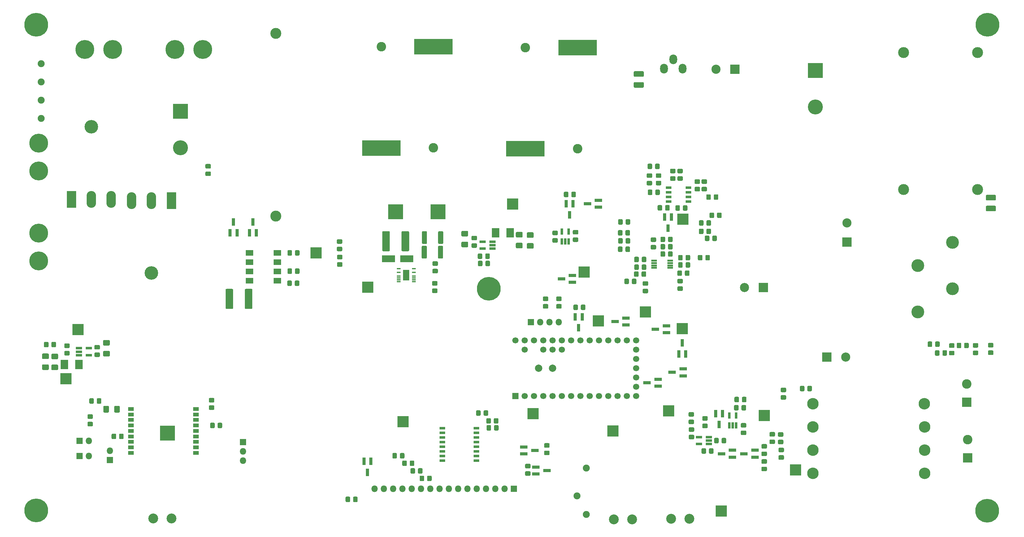
<source format=gbr>
G04 #@! TF.GenerationSoftware,KiCad,Pcbnew,5.1.6-c6e7f7d~87~ubuntu18.04.1*
G04 #@! TF.CreationDate,2020-08-24T14:21:44+10:00*
G04 #@! TF.ProjectId,GridTiedBatteryBoostConverter,47726964-5469-4656-9442-617474657279,rev?*
G04 #@! TF.SameCoordinates,Original*
G04 #@! TF.FileFunction,Soldermask,Top*
G04 #@! TF.FilePolarity,Negative*
%FSLAX46Y46*%
G04 Gerber Fmt 4.6, Leading zero omitted, Abs format (unit mm)*
G04 Created by KiCad (PCBNEW 5.1.6-c6e7f7d~87~ubuntu18.04.1) date 2020-08-24 14:21:44*
%MOMM*%
%LPD*%
G01*
G04 APERTURE LIST*
%ADD10C,1.903400*%
%ADD11R,10.600000X4.200000*%
%ADD12C,2.600000*%
%ADD13C,3.148000*%
%ADD14O,2.132000X2.640000*%
%ADD15C,2.700000*%
%ADD16C,6.500000*%
%ADD17R,4.100000X4.100000*%
%ADD18R,1.585000X1.000000*%
%ADD19C,2.000000*%
%ADD20R,1.700000X1.700000*%
%ADD21C,1.700000*%
%ADD22R,1.650000X0.700000*%
%ADD23C,3.000000*%
%ADD24C,2.500000*%
%ADD25R,2.500000X2.500000*%
%ADD26C,5.180000*%
%ADD27C,3.500000*%
%ADD28R,2.600000X2.600000*%
%ADD29R,2.100000X2.600000*%
%ADD30R,0.900000X2.000000*%
%ADD31R,2.000000X0.900000*%
%ADD32C,1.900000*%
%ADD33R,1.550000X0.550000*%
%ADD34R,2.132000X1.624000*%
%ADD35R,1.751000X2.944800*%
%ADD36R,0.989000X0.404800*%
%ADD37R,1.660000X0.750000*%
%ADD38R,1.800000X1.800000*%
%ADD39O,1.800000X1.800000*%
%ADD40R,1.600000X0.700000*%
%ADD41R,0.750000X1.660000*%
%ADD42O,2.600000X4.600000*%
%ADD43R,2.600000X4.600000*%
%ADD44O,3.700000X3.700000*%
%ADD45C,4.100000*%
%ADD46R,3.600000X1.900000*%
%ADD47R,3.100000X3.100000*%
G04 APERTURE END LIST*
D10*
X19350000Y-30150000D03*
X19350000Y-35150000D03*
X19350000Y-40150000D03*
X19350000Y-45150001D03*
D11*
X126650000Y-25550000D03*
X112350000Y-53250000D03*
D12*
X112350000Y-25550000D03*
X126650000Y-53220000D03*
D11*
X166050000Y-25750000D03*
X151750000Y-53450000D03*
D12*
X151750000Y-25750000D03*
X166050000Y-53420000D03*
D13*
X230444600Y-123300000D03*
X230444600Y-129624600D03*
X230444600Y-136050800D03*
X230444600Y-142350000D03*
X260924600Y-123300000D03*
X260950000Y-129650000D03*
X260975400Y-136000000D03*
X260950000Y-142350000D03*
D14*
X194740000Y-31500000D03*
X192200000Y-29000000D03*
X189660000Y-31500000D03*
D15*
X196600000Y-154800000D03*
X191600000Y-154800000D03*
X181000000Y-154950000D03*
X176000000Y-154950000D03*
X55000000Y-154700000D03*
X50000000Y-154700000D03*
D16*
X141750000Y-91800000D03*
X278150000Y-19500000D03*
X278050000Y-152600000D03*
X18000000Y-19500000D03*
X18000000Y-152500000D03*
D17*
X53850000Y-131350000D03*
D18*
X61642500Y-124750000D03*
X61642500Y-126250000D03*
X61642500Y-127750000D03*
X61642500Y-129250000D03*
X61642500Y-130750000D03*
X61642500Y-132250000D03*
X61642500Y-133750000D03*
X61642500Y-135250000D03*
X61642500Y-136750000D03*
X43857500Y-136750000D03*
X43857500Y-135250000D03*
X43857500Y-133750000D03*
X43857500Y-132250000D03*
X43857500Y-130750000D03*
X43857500Y-129250000D03*
X43857500Y-127750000D03*
X43857500Y-126250000D03*
X43857500Y-124750000D03*
D19*
X155440000Y-113600000D03*
X159250000Y-113600000D03*
D20*
X149090000Y-121220000D03*
D21*
X151630000Y-121220000D03*
X154170000Y-121220000D03*
X156710000Y-121220000D03*
X159250000Y-121220000D03*
X161790000Y-121220000D03*
X164330000Y-121220000D03*
X166870000Y-121220000D03*
X169410000Y-121220000D03*
X171950000Y-121220000D03*
X174490000Y-121220000D03*
X177030000Y-121220000D03*
X179570000Y-121220000D03*
X161790000Y-108520000D03*
X159250000Y-108520000D03*
X156710000Y-108520000D03*
X151630000Y-108520000D03*
X149090000Y-105980000D03*
X151630000Y-105980000D03*
X154170000Y-105980000D03*
X156710000Y-105980000D03*
X159250000Y-105980000D03*
X161790000Y-105980000D03*
X164330000Y-105980000D03*
X166870000Y-105980000D03*
X169410000Y-105980000D03*
X171950000Y-105980000D03*
X174490000Y-105980000D03*
X177030000Y-105980000D03*
X179570000Y-105980000D03*
X182110000Y-121220000D03*
X182110000Y-118680000D03*
X182110000Y-116140000D03*
X182110000Y-105980000D03*
X182110000Y-108520000D03*
X182110000Y-111060000D03*
X182110000Y-113600000D03*
D22*
X191000000Y-64095000D03*
X191000000Y-65365000D03*
X191000000Y-66635000D03*
X191000000Y-67905000D03*
X196400000Y-67905000D03*
X196400000Y-66635000D03*
X196400000Y-65365000D03*
X196400000Y-64095000D03*
D23*
X83500000Y-71900000D03*
X83500000Y-21900000D03*
X275500000Y-27100000D03*
X275500000Y-64600000D03*
X255200000Y-64600000D03*
X255200000Y-27100000D03*
D24*
X203900000Y-31700000D03*
D25*
X209100000Y-31700000D03*
D24*
X239700000Y-73800000D03*
D25*
X239700000Y-79000000D03*
D24*
X211700000Y-91500000D03*
D25*
X216900000Y-91500000D03*
D24*
X239400000Y-110500000D03*
D25*
X234200000Y-110500000D03*
D26*
X55938000Y-26300000D03*
X63558000Y-26300000D03*
X38920000Y-26300000D03*
X31300000Y-26300000D03*
D27*
X259100000Y-98150000D03*
X268600000Y-91800000D03*
X259100000Y-85450000D03*
X268600000Y-79100000D03*
D12*
X272500000Y-117900000D03*
D28*
X272500000Y-122900000D03*
D17*
X116300000Y-70750000D03*
X127900000Y-70750000D03*
D29*
X147600000Y-76500000D03*
X143600000Y-76500000D03*
D30*
X190800000Y-75200000D03*
X189850000Y-72200000D03*
X191750000Y-72200000D03*
D31*
X168750000Y-68550000D03*
X171750000Y-67600000D03*
X171750000Y-69500000D03*
D30*
X163850000Y-71550000D03*
X162900000Y-68550000D03*
X164800000Y-68550000D03*
D31*
X154350000Y-136100000D03*
X151350000Y-137050000D03*
X151350000Y-135150000D03*
D30*
X108600000Y-142100000D03*
X107650000Y-139100000D03*
X109550000Y-139100000D03*
D31*
X157650000Y-141600000D03*
X154650000Y-142550000D03*
X154650000Y-140650000D03*
D30*
X71950000Y-73500000D03*
X72900000Y-76500000D03*
X71000000Y-76500000D03*
X77250000Y-73500000D03*
X78200000Y-76500000D03*
X76300000Y-76500000D03*
D32*
X168400000Y-140900000D03*
X165860000Y-148520000D03*
X168400000Y-153600000D03*
D33*
X191400000Y-84125000D03*
X191400000Y-84775000D03*
X191400000Y-85425000D03*
X191400000Y-86075000D03*
X187000000Y-86075000D03*
X187000000Y-85425000D03*
X187000000Y-84775000D03*
X187000000Y-84125000D03*
D34*
X83910000Y-89610000D03*
X83910000Y-87070000D03*
X83910000Y-84530000D03*
X83910000Y-81990000D03*
X76290000Y-81990000D03*
X76290000Y-84530000D03*
X76290000Y-87070000D03*
X76290000Y-89610000D03*
D35*
X119200000Y-88100000D03*
D36*
X121308200Y-86348670D03*
X121308200Y-87349430D03*
X121308200Y-88350190D03*
X121308200Y-88850570D03*
X121308200Y-89350950D03*
X121308200Y-89851330D03*
X117091800Y-89851330D03*
X117091800Y-89350950D03*
X117091800Y-88850570D03*
X117091800Y-88350190D03*
X117091800Y-87349430D03*
X117091800Y-86348670D03*
D37*
X140050000Y-80850000D03*
X140050000Y-78950000D03*
X142750000Y-78950000D03*
X142750000Y-79900000D03*
X142750000Y-80850000D03*
D38*
X148600000Y-146600000D03*
D39*
X146060000Y-146600000D03*
X143520000Y-146600000D03*
X140980000Y-146600000D03*
X138440000Y-146600000D03*
X135900000Y-146600000D03*
X133360000Y-146600000D03*
X130820000Y-146600000D03*
X128280000Y-146600000D03*
X125740000Y-146600000D03*
X123200000Y-146600000D03*
X120660000Y-146600000D03*
X118120000Y-146600000D03*
X115580000Y-146600000D03*
X113040000Y-146600000D03*
X110500000Y-146600000D03*
X74550000Y-138850000D03*
X74550000Y-136310000D03*
D38*
X74550000Y-133770000D03*
D39*
X32340000Y-137600000D03*
D38*
X29800000Y-137600000D03*
D39*
X32340000Y-133500000D03*
D38*
X29800000Y-133500000D03*
X38100000Y-138700000D03*
D39*
X38100000Y-136160000D03*
D29*
X29700000Y-112550000D03*
X25700000Y-112550000D03*
D40*
X138400000Y-130005000D03*
X138400000Y-131275000D03*
X138400000Y-132545000D03*
X138400000Y-133815000D03*
X138400000Y-135085000D03*
X138400000Y-136355000D03*
X138400000Y-137625000D03*
X138400000Y-138895000D03*
X129100000Y-138895000D03*
X129100000Y-137625000D03*
X129100000Y-136355000D03*
X129100000Y-135085000D03*
X129100000Y-133815000D03*
X129100000Y-132545000D03*
X129100000Y-131275000D03*
X129100000Y-130005000D03*
D30*
X167300000Y-99500000D03*
X165400000Y-99500000D03*
X166350000Y-102500000D03*
D37*
X29700000Y-108100000D03*
X29700000Y-109050000D03*
X29700000Y-110000000D03*
X32400000Y-110000000D03*
X32400000Y-108100000D03*
D39*
X160920000Y-101000000D03*
X158380000Y-101000000D03*
X155840000Y-101000000D03*
D38*
X153300000Y-101000000D03*
D30*
X194700000Y-106650000D03*
X195650000Y-109650000D03*
X193750000Y-109650000D03*
D31*
X190350000Y-103850000D03*
X190350000Y-101950000D03*
X187350000Y-102900000D03*
X185050000Y-117550000D03*
X188050000Y-116600000D03*
X188050000Y-118500000D03*
X194900000Y-115650000D03*
X194900000Y-113750000D03*
X191900000Y-114700000D03*
D41*
X161750000Y-78850000D03*
X162700000Y-78850000D03*
X163650000Y-78850000D03*
X163650000Y-76150000D03*
X161750000Y-76150000D03*
D42*
X38500000Y-67350000D03*
X33050000Y-67350000D03*
D43*
X27600000Y-67350000D03*
D44*
X33050000Y-47490000D03*
X49500000Y-87510000D03*
D43*
X54950000Y-67650000D03*
D42*
X49500000Y-67650000D03*
X44050000Y-67650000D03*
D17*
X57450000Y-43200000D03*
D45*
X57450000Y-53200000D03*
D17*
X231100000Y-32000000D03*
D45*
X231100000Y-42000000D03*
G36*
G01*
X188750000Y-78778262D02*
X188750000Y-77821738D01*
G75*
G02*
X189021738Y-77550000I271738J0D01*
G01*
X189728262Y-77550000D01*
G75*
G02*
X190000000Y-77821738I0J-271738D01*
G01*
X190000000Y-78778262D01*
G75*
G02*
X189728262Y-79050000I-271738J0D01*
G01*
X189021738Y-79050000D01*
G75*
G02*
X188750000Y-78778262I0J271738D01*
G01*
G37*
G36*
G01*
X190800000Y-78778262D02*
X190800000Y-77821738D01*
G75*
G02*
X191071738Y-77550000I271738J0D01*
G01*
X191778262Y-77550000D01*
G75*
G02*
X192050000Y-77821738I0J-271738D01*
G01*
X192050000Y-78778262D01*
G75*
G02*
X191778262Y-79050000I-271738J0D01*
G01*
X191071738Y-79050000D01*
G75*
G02*
X190800000Y-78778262I0J271738D01*
G01*
G37*
G36*
G01*
X188750000Y-82778262D02*
X188750000Y-81821738D01*
G75*
G02*
X189021738Y-81550000I271738J0D01*
G01*
X189728262Y-81550000D01*
G75*
G02*
X190000000Y-81821738I0J-271738D01*
G01*
X190000000Y-82778262D01*
G75*
G02*
X189728262Y-83050000I-271738J0D01*
G01*
X189021738Y-83050000D01*
G75*
G02*
X188750000Y-82778262I0J271738D01*
G01*
G37*
G36*
G01*
X190800000Y-82778262D02*
X190800000Y-81821738D01*
G75*
G02*
X191071738Y-81550000I271738J0D01*
G01*
X191778262Y-81550000D01*
G75*
G02*
X192050000Y-81821738I0J-271738D01*
G01*
X192050000Y-82778262D01*
G75*
G02*
X191778262Y-83050000I-271738J0D01*
G01*
X191071738Y-83050000D01*
G75*
G02*
X190800000Y-82778262I0J271738D01*
G01*
G37*
G36*
G01*
X192578262Y-60200000D02*
X191621738Y-60200000D01*
G75*
G02*
X191350000Y-59928262I0J271738D01*
G01*
X191350000Y-59221738D01*
G75*
G02*
X191621738Y-58950000I271738J0D01*
G01*
X192578262Y-58950000D01*
G75*
G02*
X192850000Y-59221738I0J-271738D01*
G01*
X192850000Y-59928262D01*
G75*
G02*
X192578262Y-60200000I-271738J0D01*
G01*
G37*
G36*
G01*
X192578262Y-62250000D02*
X191621738Y-62250000D01*
G75*
G02*
X191350000Y-61978262I0J271738D01*
G01*
X191350000Y-61271738D01*
G75*
G02*
X191621738Y-61000000I271738J0D01*
G01*
X192578262Y-61000000D01*
G75*
G02*
X192850000Y-61271738I0J-271738D01*
G01*
X192850000Y-61978262D01*
G75*
G02*
X192578262Y-62250000I-271738J0D01*
G01*
G37*
G36*
G01*
X194578262Y-62250000D02*
X193621738Y-62250000D01*
G75*
G02*
X193350000Y-61978262I0J271738D01*
G01*
X193350000Y-61271738D01*
G75*
G02*
X193621738Y-61000000I271738J0D01*
G01*
X194578262Y-61000000D01*
G75*
G02*
X194850000Y-61271738I0J-271738D01*
G01*
X194850000Y-61978262D01*
G75*
G02*
X194578262Y-62250000I-271738J0D01*
G01*
G37*
G36*
G01*
X194578262Y-60200000D02*
X193621738Y-60200000D01*
G75*
G02*
X193350000Y-59928262I0J271738D01*
G01*
X193350000Y-59221738D01*
G75*
G02*
X193621738Y-58950000I271738J0D01*
G01*
X194578262Y-58950000D01*
G75*
G02*
X194850000Y-59221738I0J-271738D01*
G01*
X194850000Y-59928262D01*
G75*
G02*
X194578262Y-60200000I-271738J0D01*
G01*
G37*
G36*
G01*
X182800000Y-83321738D02*
X182800000Y-84278262D01*
G75*
G02*
X182528262Y-84550000I-271738J0D01*
G01*
X181821738Y-84550000D01*
G75*
G02*
X181550000Y-84278262I0J271738D01*
G01*
X181550000Y-83321738D01*
G75*
G02*
X181821738Y-83050000I271738J0D01*
G01*
X182528262Y-83050000D01*
G75*
G02*
X182800000Y-83321738I0J-271738D01*
G01*
G37*
G36*
G01*
X184850000Y-83321738D02*
X184850000Y-84278262D01*
G75*
G02*
X184578262Y-84550000I-271738J0D01*
G01*
X183871738Y-84550000D01*
G75*
G02*
X183600000Y-84278262I0J271738D01*
G01*
X183600000Y-83321738D01*
G75*
G02*
X183871738Y-83050000I271738J0D01*
G01*
X184578262Y-83050000D01*
G75*
G02*
X184850000Y-83321738I0J-271738D01*
G01*
G37*
G36*
G01*
X190800000Y-80778262D02*
X190800000Y-79821738D01*
G75*
G02*
X191071738Y-79550000I271738J0D01*
G01*
X191778262Y-79550000D01*
G75*
G02*
X192050000Y-79821738I0J-271738D01*
G01*
X192050000Y-80778262D01*
G75*
G02*
X191778262Y-81050000I-271738J0D01*
G01*
X191071738Y-81050000D01*
G75*
G02*
X190800000Y-80778262I0J271738D01*
G01*
G37*
G36*
G01*
X188750000Y-80778262D02*
X188750000Y-79821738D01*
G75*
G02*
X189021738Y-79550000I271738J0D01*
G01*
X189728262Y-79550000D01*
G75*
G02*
X190000000Y-79821738I0J-271738D01*
G01*
X190000000Y-80778262D01*
G75*
G02*
X189728262Y-81050000I-271738J0D01*
G01*
X189021738Y-81050000D01*
G75*
G02*
X188750000Y-80778262I0J271738D01*
G01*
G37*
G36*
G01*
X199278262Y-65150000D02*
X198321738Y-65150000D01*
G75*
G02*
X198050000Y-64878262I0J271738D01*
G01*
X198050000Y-64171738D01*
G75*
G02*
X198321738Y-63900000I271738J0D01*
G01*
X199278262Y-63900000D01*
G75*
G02*
X199550000Y-64171738I0J-271738D01*
G01*
X199550000Y-64878262D01*
G75*
G02*
X199278262Y-65150000I-271738J0D01*
G01*
G37*
G36*
G01*
X199278262Y-63100000D02*
X198321738Y-63100000D01*
G75*
G02*
X198050000Y-62828262I0J271738D01*
G01*
X198050000Y-62121738D01*
G75*
G02*
X198321738Y-61850000I271738J0D01*
G01*
X199278262Y-61850000D01*
G75*
G02*
X199550000Y-62121738I0J-271738D01*
G01*
X199550000Y-62828262D01*
G75*
G02*
X199278262Y-63100000I-271738J0D01*
G01*
G37*
G36*
G01*
X180900000Y-90278262D02*
X180900000Y-89321738D01*
G75*
G02*
X181171738Y-89050000I271738J0D01*
G01*
X181878262Y-89050000D01*
G75*
G02*
X182150000Y-89321738I0J-271738D01*
G01*
X182150000Y-90278262D01*
G75*
G02*
X181878262Y-90550000I-271738J0D01*
G01*
X181171738Y-90550000D01*
G75*
G02*
X180900000Y-90278262I0J271738D01*
G01*
G37*
G36*
G01*
X178850000Y-90278262D02*
X178850000Y-89321738D01*
G75*
G02*
X179121738Y-89050000I271738J0D01*
G01*
X179828262Y-89050000D01*
G75*
G02*
X180100000Y-89321738I0J-271738D01*
G01*
X180100000Y-90278262D01*
G75*
G02*
X179828262Y-90550000I-271738J0D01*
G01*
X179121738Y-90550000D01*
G75*
G02*
X178850000Y-90278262I0J271738D01*
G01*
G37*
G36*
G01*
X194800000Y-84821738D02*
X194800000Y-85778262D01*
G75*
G02*
X194528262Y-86050000I-271738J0D01*
G01*
X193821738Y-86050000D01*
G75*
G02*
X193550000Y-85778262I0J271738D01*
G01*
X193550000Y-84821738D01*
G75*
G02*
X193821738Y-84550000I271738J0D01*
G01*
X194528262Y-84550000D01*
G75*
G02*
X194800000Y-84821738I0J-271738D01*
G01*
G37*
G36*
G01*
X196850000Y-84821738D02*
X196850000Y-85778262D01*
G75*
G02*
X196578262Y-86050000I-271738J0D01*
G01*
X195871738Y-86050000D01*
G75*
G02*
X195600000Y-85778262I0J271738D01*
G01*
X195600000Y-84821738D01*
G75*
G02*
X195871738Y-84550000I271738J0D01*
G01*
X196578262Y-84550000D01*
G75*
G02*
X196850000Y-84821738I0J-271738D01*
G01*
G37*
G36*
G01*
X201178262Y-65150000D02*
X200221738Y-65150000D01*
G75*
G02*
X199950000Y-64878262I0J271738D01*
G01*
X199950000Y-64171738D01*
G75*
G02*
X200221738Y-63900000I271738J0D01*
G01*
X201178262Y-63900000D01*
G75*
G02*
X201450000Y-64171738I0J-271738D01*
G01*
X201450000Y-64878262D01*
G75*
G02*
X201178262Y-65150000I-271738J0D01*
G01*
G37*
G36*
G01*
X201178262Y-63100000D02*
X200221738Y-63100000D01*
G75*
G02*
X199950000Y-62828262I0J271738D01*
G01*
X199950000Y-62121738D01*
G75*
G02*
X200221738Y-61850000I271738J0D01*
G01*
X201178262Y-61850000D01*
G75*
G02*
X201450000Y-62121738I0J-271738D01*
G01*
X201450000Y-62828262D01*
G75*
G02*
X201178262Y-63100000I-271738J0D01*
G01*
G37*
G36*
G01*
X141150000Y-130378262D02*
X141150000Y-129421738D01*
G75*
G02*
X141421738Y-129150000I271738J0D01*
G01*
X142128262Y-129150000D01*
G75*
G02*
X142400000Y-129421738I0J-271738D01*
G01*
X142400000Y-130378262D01*
G75*
G02*
X142128262Y-130650000I-271738J0D01*
G01*
X141421738Y-130650000D01*
G75*
G02*
X141150000Y-130378262I0J271738D01*
G01*
G37*
G36*
G01*
X143200000Y-130378262D02*
X143200000Y-129421738D01*
G75*
G02*
X143471738Y-129150000I271738J0D01*
G01*
X144178262Y-129150000D01*
G75*
G02*
X144450000Y-129421738I0J-271738D01*
G01*
X144450000Y-130378262D01*
G75*
G02*
X144178262Y-130650000I-271738J0D01*
G01*
X143471738Y-130650000D01*
G75*
G02*
X143200000Y-130378262I0J271738D01*
G01*
G37*
G36*
G01*
X141100000Y-128478262D02*
X141100000Y-127521738D01*
G75*
G02*
X141371738Y-127250000I271738J0D01*
G01*
X142078262Y-127250000D01*
G75*
G02*
X142350000Y-127521738I0J-271738D01*
G01*
X142350000Y-128478262D01*
G75*
G02*
X142078262Y-128750000I-271738J0D01*
G01*
X141371738Y-128750000D01*
G75*
G02*
X141100000Y-128478262I0J271738D01*
G01*
G37*
G36*
G01*
X143150000Y-128478262D02*
X143150000Y-127521738D01*
G75*
G02*
X143421738Y-127250000I271738J0D01*
G01*
X144128262Y-127250000D01*
G75*
G02*
X144400000Y-127521738I0J-271738D01*
G01*
X144400000Y-128478262D01*
G75*
G02*
X144128262Y-128750000I-271738J0D01*
G01*
X143421738Y-128750000D01*
G75*
G02*
X143150000Y-128478262I0J271738D01*
G01*
G37*
G36*
G01*
X32271738Y-128250000D02*
X33228262Y-128250000D01*
G75*
G02*
X33500000Y-128521738I0J-271738D01*
G01*
X33500000Y-129228262D01*
G75*
G02*
X33228262Y-129500000I-271738J0D01*
G01*
X32271738Y-129500000D01*
G75*
G02*
X32000000Y-129228262I0J271738D01*
G01*
X32000000Y-128521738D01*
G75*
G02*
X32271738Y-128250000I271738J0D01*
G01*
G37*
G36*
G01*
X32271738Y-126200000D02*
X33228262Y-126200000D01*
G75*
G02*
X33500000Y-126471738I0J-271738D01*
G01*
X33500000Y-127178262D01*
G75*
G02*
X33228262Y-127450000I-271738J0D01*
G01*
X32271738Y-127450000D01*
G75*
G02*
X32000000Y-127178262I0J271738D01*
G01*
X32000000Y-126471738D01*
G75*
G02*
X32271738Y-126200000I271738J0D01*
G01*
G37*
G36*
G01*
X40850000Y-124142544D02*
X40850000Y-125457456D01*
G75*
G02*
X40582456Y-125725000I-267544J0D01*
G01*
X39592544Y-125725000D01*
G75*
G02*
X39325000Y-125457456I0J267544D01*
G01*
X39325000Y-124142544D01*
G75*
G02*
X39592544Y-123875000I267544J0D01*
G01*
X40582456Y-123875000D01*
G75*
G02*
X40850000Y-124142544I0J-267544D01*
G01*
G37*
G36*
G01*
X37875000Y-124142544D02*
X37875000Y-125457456D01*
G75*
G02*
X37607456Y-125725000I-267544J0D01*
G01*
X36617544Y-125725000D01*
G75*
G02*
X36350000Y-125457456I0J267544D01*
G01*
X36350000Y-124142544D01*
G75*
G02*
X36617544Y-123875000I267544J0D01*
G01*
X37607456Y-123875000D01*
G75*
G02*
X37875000Y-124142544I0J-267544D01*
G01*
G37*
G36*
G01*
X65550000Y-129728262D02*
X65550000Y-128771738D01*
G75*
G02*
X65821738Y-128500000I271738J0D01*
G01*
X66528262Y-128500000D01*
G75*
G02*
X66800000Y-128771738I0J-271738D01*
G01*
X66800000Y-129728262D01*
G75*
G02*
X66528262Y-130000000I-271738J0D01*
G01*
X65821738Y-130000000D01*
G75*
G02*
X65550000Y-129728262I0J271738D01*
G01*
G37*
G36*
G01*
X67600000Y-129728262D02*
X67600000Y-128771738D01*
G75*
G02*
X67871738Y-128500000I271738J0D01*
G01*
X68578262Y-128500000D01*
G75*
G02*
X68850000Y-128771738I0J-271738D01*
G01*
X68850000Y-129728262D01*
G75*
G02*
X68578262Y-130000000I-271738J0D01*
G01*
X67871738Y-130000000D01*
G75*
G02*
X67600000Y-129728262I0J271738D01*
G01*
G37*
G36*
G01*
X37857456Y-107375000D02*
X36542544Y-107375000D01*
G75*
G02*
X36275000Y-107107456I0J267544D01*
G01*
X36275000Y-106117544D01*
G75*
G02*
X36542544Y-105850000I267544J0D01*
G01*
X37857456Y-105850000D01*
G75*
G02*
X38125000Y-106117544I0J-267544D01*
G01*
X38125000Y-107107456D01*
G75*
G02*
X37857456Y-107375000I-267544J0D01*
G01*
G37*
G36*
G01*
X37857456Y-110350000D02*
X36542544Y-110350000D01*
G75*
G02*
X36275000Y-110082456I0J267544D01*
G01*
X36275000Y-109092544D01*
G75*
G02*
X36542544Y-108825000I267544J0D01*
G01*
X37857456Y-108825000D01*
G75*
G02*
X38125000Y-109092544I0J-267544D01*
G01*
X38125000Y-110082456D01*
G75*
G02*
X37857456Y-110350000I-267544J0D01*
G01*
G37*
G36*
G01*
X166150000Y-96421738D02*
X166150000Y-97378262D01*
G75*
G02*
X165878262Y-97650000I-271738J0D01*
G01*
X165171738Y-97650000D01*
G75*
G02*
X164900000Y-97378262I0J271738D01*
G01*
X164900000Y-96421738D01*
G75*
G02*
X165171738Y-96150000I271738J0D01*
G01*
X165878262Y-96150000D01*
G75*
G02*
X166150000Y-96421738I0J-271738D01*
G01*
G37*
G36*
G01*
X168200000Y-96421738D02*
X168200000Y-97378262D01*
G75*
G02*
X167928262Y-97650000I-271738J0D01*
G01*
X167221738Y-97650000D01*
G75*
G02*
X166950000Y-97378262I0J271738D01*
G01*
X166950000Y-96421738D01*
G75*
G02*
X167221738Y-96150000I271738J0D01*
G01*
X167928262Y-96150000D01*
G75*
G02*
X168200000Y-96421738I0J-271738D01*
G01*
G37*
G36*
G01*
X112625000Y-81287343D02*
X112625000Y-76312657D01*
G75*
G02*
X112887657Y-76050000I262657J0D01*
G01*
X114437343Y-76050000D01*
G75*
G02*
X114700000Y-76312657I0J-262657D01*
G01*
X114700000Y-81287343D01*
G75*
G02*
X114437343Y-81550000I-262657J0D01*
G01*
X112887657Y-81550000D01*
G75*
G02*
X112625000Y-81287343I0J262657D01*
G01*
G37*
G36*
G01*
X117900000Y-81287343D02*
X117900000Y-76312657D01*
G75*
G02*
X118162657Y-76050000I262657J0D01*
G01*
X119712343Y-76050000D01*
G75*
G02*
X119975000Y-76312657I0J-262657D01*
G01*
X119975000Y-81287343D01*
G75*
G02*
X119712343Y-81550000I-262657J0D01*
G01*
X118162657Y-81550000D01*
G75*
G02*
X117900000Y-81287343I0J262657D01*
G01*
G37*
G36*
G01*
X35128262Y-108450000D02*
X34171738Y-108450000D01*
G75*
G02*
X33900000Y-108178262I0J271738D01*
G01*
X33900000Y-107471738D01*
G75*
G02*
X34171738Y-107200000I271738J0D01*
G01*
X35128262Y-107200000D01*
G75*
G02*
X35400000Y-107471738I0J-271738D01*
G01*
X35400000Y-108178262D01*
G75*
G02*
X35128262Y-108450000I-271738J0D01*
G01*
G37*
G36*
G01*
X35128262Y-110500000D02*
X34171738Y-110500000D01*
G75*
G02*
X33900000Y-110228262I0J271738D01*
G01*
X33900000Y-109521738D01*
G75*
G02*
X34171738Y-109250000I271738J0D01*
G01*
X35128262Y-109250000D01*
G75*
G02*
X35400000Y-109521738I0J-271738D01*
G01*
X35400000Y-110228262D01*
G75*
G02*
X35128262Y-110500000I-271738J0D01*
G01*
G37*
G36*
G01*
X23707456Y-111125000D02*
X22392544Y-111125000D01*
G75*
G02*
X22125000Y-110857456I0J267544D01*
G01*
X22125000Y-109867544D01*
G75*
G02*
X22392544Y-109600000I267544J0D01*
G01*
X23707456Y-109600000D01*
G75*
G02*
X23975000Y-109867544I0J-267544D01*
G01*
X23975000Y-110857456D01*
G75*
G02*
X23707456Y-111125000I-267544J0D01*
G01*
G37*
G36*
G01*
X23707456Y-114100000D02*
X22392544Y-114100000D01*
G75*
G02*
X22125000Y-113832456I0J267544D01*
G01*
X22125000Y-112842544D01*
G75*
G02*
X22392544Y-112575000I267544J0D01*
G01*
X23707456Y-112575000D01*
G75*
G02*
X23975000Y-112842544I0J-267544D01*
G01*
X23975000Y-113832456D01*
G75*
G02*
X23707456Y-114100000I-267544J0D01*
G01*
G37*
G36*
G01*
X129275000Y-80319231D02*
X129275000Y-83280769D01*
G75*
G02*
X129005769Y-83550000I-269231J0D01*
G01*
X128144231Y-83550000D01*
G75*
G02*
X127875000Y-83280769I0J269231D01*
G01*
X127875000Y-80319231D01*
G75*
G02*
X128144231Y-80050000I269231J0D01*
G01*
X129005769Y-80050000D01*
G75*
G02*
X129275000Y-80319231I0J-269231D01*
G01*
G37*
G36*
G01*
X124825000Y-80319231D02*
X124825000Y-83280769D01*
G75*
G02*
X124555769Y-83550000I-269231J0D01*
G01*
X123694231Y-83550000D01*
G75*
G02*
X123425000Y-83280769I0J269231D01*
G01*
X123425000Y-80319231D01*
G75*
G02*
X123694231Y-80050000I269231J0D01*
G01*
X124555769Y-80050000D01*
G75*
G02*
X124825000Y-80319231I0J-269231D01*
G01*
G37*
G36*
G01*
X21157456Y-111075000D02*
X19842544Y-111075000D01*
G75*
G02*
X19575000Y-110807456I0J267544D01*
G01*
X19575000Y-109817544D01*
G75*
G02*
X19842544Y-109550000I267544J0D01*
G01*
X21157456Y-109550000D01*
G75*
G02*
X21425000Y-109817544I0J-267544D01*
G01*
X21425000Y-110807456D01*
G75*
G02*
X21157456Y-111075000I-267544J0D01*
G01*
G37*
G36*
G01*
X21157456Y-114050000D02*
X19842544Y-114050000D01*
G75*
G02*
X19575000Y-113782456I0J267544D01*
G01*
X19575000Y-112792544D01*
G75*
G02*
X19842544Y-112525000I267544J0D01*
G01*
X21157456Y-112525000D01*
G75*
G02*
X21425000Y-112792544I0J-267544D01*
G01*
X21425000Y-113782456D01*
G75*
G02*
X21157456Y-114050000I-267544J0D01*
G01*
G37*
G36*
G01*
X134542544Y-75950000D02*
X135857456Y-75950000D01*
G75*
G02*
X136125000Y-76217544I0J-267544D01*
G01*
X136125000Y-77207456D01*
G75*
G02*
X135857456Y-77475000I-267544J0D01*
G01*
X134542544Y-77475000D01*
G75*
G02*
X134275000Y-77207456I0J267544D01*
G01*
X134275000Y-76217544D01*
G75*
G02*
X134542544Y-75950000I267544J0D01*
G01*
G37*
G36*
G01*
X134542544Y-78925000D02*
X135857456Y-78925000D01*
G75*
G02*
X136125000Y-79192544I0J-267544D01*
G01*
X136125000Y-80182456D01*
G75*
G02*
X135857456Y-80450000I-267544J0D01*
G01*
X134542544Y-80450000D01*
G75*
G02*
X134275000Y-80182456I0J267544D01*
G01*
X134275000Y-79192544D01*
G75*
G02*
X134542544Y-78925000I267544J0D01*
G01*
G37*
G36*
G01*
X137321738Y-79350000D02*
X138278262Y-79350000D01*
G75*
G02*
X138550000Y-79621738I0J-271738D01*
G01*
X138550000Y-80328262D01*
G75*
G02*
X138278262Y-80600000I-271738J0D01*
G01*
X137321738Y-80600000D01*
G75*
G02*
X137050000Y-80328262I0J271738D01*
G01*
X137050000Y-79621738D01*
G75*
G02*
X137321738Y-79350000I271738J0D01*
G01*
G37*
G36*
G01*
X137321738Y-77300000D02*
X138278262Y-77300000D01*
G75*
G02*
X138550000Y-77571738I0J-271738D01*
G01*
X138550000Y-78278262D01*
G75*
G02*
X138278262Y-78550000I-271738J0D01*
G01*
X137321738Y-78550000D01*
G75*
G02*
X137050000Y-78278262I0J271738D01*
G01*
X137050000Y-77571738D01*
G75*
G02*
X137321738Y-77300000I271738J0D01*
G01*
G37*
G36*
G01*
X152442544Y-76350000D02*
X153757456Y-76350000D01*
G75*
G02*
X154025000Y-76617544I0J-267544D01*
G01*
X154025000Y-77607456D01*
G75*
G02*
X153757456Y-77875000I-267544J0D01*
G01*
X152442544Y-77875000D01*
G75*
G02*
X152175000Y-77607456I0J267544D01*
G01*
X152175000Y-76617544D01*
G75*
G02*
X152442544Y-76350000I267544J0D01*
G01*
G37*
G36*
G01*
X152442544Y-79325000D02*
X153757456Y-79325000D01*
G75*
G02*
X154025000Y-79592544I0J-267544D01*
G01*
X154025000Y-80582456D01*
G75*
G02*
X153757456Y-80850000I-267544J0D01*
G01*
X152442544Y-80850000D01*
G75*
G02*
X152175000Y-80582456I0J267544D01*
G01*
X152175000Y-79592544D01*
G75*
G02*
X152442544Y-79325000I267544J0D01*
G01*
G37*
G36*
G01*
X149442544Y-76250000D02*
X150757456Y-76250000D01*
G75*
G02*
X151025000Y-76517544I0J-267544D01*
G01*
X151025000Y-77507456D01*
G75*
G02*
X150757456Y-77775000I-267544J0D01*
G01*
X149442544Y-77775000D01*
G75*
G02*
X149175000Y-77507456I0J267544D01*
G01*
X149175000Y-76517544D01*
G75*
G02*
X149442544Y-76250000I267544J0D01*
G01*
G37*
G36*
G01*
X149442544Y-79225000D02*
X150757456Y-79225000D01*
G75*
G02*
X151025000Y-79492544I0J-267544D01*
G01*
X151025000Y-80482456D01*
G75*
G02*
X150757456Y-80750000I-267544J0D01*
G01*
X149442544Y-80750000D01*
G75*
G02*
X149175000Y-80482456I0J267544D01*
G01*
X149175000Y-79492544D01*
G75*
G02*
X149442544Y-79225000I267544J0D01*
G01*
G37*
G36*
G01*
X159421738Y-75900000D02*
X160378262Y-75900000D01*
G75*
G02*
X160650000Y-76171738I0J-271738D01*
G01*
X160650000Y-76878262D01*
G75*
G02*
X160378262Y-77150000I-271738J0D01*
G01*
X159421738Y-77150000D01*
G75*
G02*
X159150000Y-76878262I0J271738D01*
G01*
X159150000Y-76171738D01*
G75*
G02*
X159421738Y-75900000I271738J0D01*
G01*
G37*
G36*
G01*
X159421738Y-77950000D02*
X160378262Y-77950000D01*
G75*
G02*
X160650000Y-78221738I0J-271738D01*
G01*
X160650000Y-78928262D01*
G75*
G02*
X160378262Y-79200000I-271738J0D01*
G01*
X159421738Y-79200000D01*
G75*
G02*
X159150000Y-78928262I0J271738D01*
G01*
X159150000Y-78221738D01*
G75*
G02*
X159421738Y-77950000I271738J0D01*
G01*
G37*
G36*
G01*
X165021738Y-77750000D02*
X165978262Y-77750000D01*
G75*
G02*
X166250000Y-78021738I0J-271738D01*
G01*
X166250000Y-78728262D01*
G75*
G02*
X165978262Y-79000000I-271738J0D01*
G01*
X165021738Y-79000000D01*
G75*
G02*
X164750000Y-78728262I0J271738D01*
G01*
X164750000Y-78021738D01*
G75*
G02*
X165021738Y-77750000I271738J0D01*
G01*
G37*
G36*
G01*
X165021738Y-75700000D02*
X165978262Y-75700000D01*
G75*
G02*
X166250000Y-75971738I0J-271738D01*
G01*
X166250000Y-76678262D01*
G75*
G02*
X165978262Y-76950000I-271738J0D01*
G01*
X165021738Y-76950000D01*
G75*
G02*
X164750000Y-76678262I0J271738D01*
G01*
X164750000Y-75971738D01*
G75*
G02*
X165021738Y-75700000I271738J0D01*
G01*
G37*
G36*
G01*
X75050000Y-97087343D02*
X75050000Y-92112657D01*
G75*
G02*
X75312657Y-91850000I262657J0D01*
G01*
X76862343Y-91850000D01*
G75*
G02*
X77125000Y-92112657I0J-262657D01*
G01*
X77125000Y-97087343D01*
G75*
G02*
X76862343Y-97350000I-262657J0D01*
G01*
X75312657Y-97350000D01*
G75*
G02*
X75050000Y-97087343I0J262657D01*
G01*
G37*
G36*
G01*
X69775000Y-97087343D02*
X69775000Y-92112657D01*
G75*
G02*
X70037657Y-91850000I262657J0D01*
G01*
X71587343Y-91850000D01*
G75*
G02*
X71850000Y-92112657I0J-262657D01*
G01*
X71850000Y-97087343D01*
G75*
G02*
X71587343Y-97350000I-262657J0D01*
G01*
X70037657Y-97350000D01*
G75*
G02*
X69775000Y-97087343I0J262657D01*
G01*
G37*
G36*
G01*
X124875000Y-76319231D02*
X124875000Y-79280769D01*
G75*
G02*
X124605769Y-79550000I-269231J0D01*
G01*
X123744231Y-79550000D01*
G75*
G02*
X123475000Y-79280769I0J269231D01*
G01*
X123475000Y-76319231D01*
G75*
G02*
X123744231Y-76050000I269231J0D01*
G01*
X124605769Y-76050000D01*
G75*
G02*
X124875000Y-76319231I0J-269231D01*
G01*
G37*
G36*
G01*
X129325000Y-76319231D02*
X129325000Y-79280769D01*
G75*
G02*
X129055769Y-79550000I-269231J0D01*
G01*
X128194231Y-79550000D01*
G75*
G02*
X127925000Y-79280769I0J269231D01*
G01*
X127925000Y-76319231D01*
G75*
G02*
X128194231Y-76050000I269231J0D01*
G01*
X129055769Y-76050000D01*
G75*
G02*
X129325000Y-76319231I0J-269231D01*
G01*
G37*
G36*
G01*
X219778262Y-134350000D02*
X218821738Y-134350000D01*
G75*
G02*
X218550000Y-134078262I0J271738D01*
G01*
X218550000Y-133371738D01*
G75*
G02*
X218821738Y-133100000I271738J0D01*
G01*
X219778262Y-133100000D01*
G75*
G02*
X220050000Y-133371738I0J-271738D01*
G01*
X220050000Y-134078262D01*
G75*
G02*
X219778262Y-134350000I-271738J0D01*
G01*
G37*
G36*
G01*
X219778262Y-132300000D02*
X218821738Y-132300000D01*
G75*
G02*
X218550000Y-132028262I0J271738D01*
G01*
X218550000Y-131321738D01*
G75*
G02*
X218821738Y-131050000I271738J0D01*
G01*
X219778262Y-131050000D01*
G75*
G02*
X220050000Y-131321738I0J-271738D01*
G01*
X220050000Y-132028262D01*
G75*
G02*
X219778262Y-132300000I-271738J0D01*
G01*
G37*
G36*
G01*
X186450000Y-57821738D02*
X186450000Y-58778262D01*
G75*
G02*
X186178262Y-59050000I-271738J0D01*
G01*
X185471738Y-59050000D01*
G75*
G02*
X185200000Y-58778262I0J271738D01*
G01*
X185200000Y-57821738D01*
G75*
G02*
X185471738Y-57550000I271738J0D01*
G01*
X186178262Y-57550000D01*
G75*
G02*
X186450000Y-57821738I0J-271738D01*
G01*
G37*
G36*
G01*
X188500000Y-57821738D02*
X188500000Y-58778262D01*
G75*
G02*
X188228262Y-59050000I-271738J0D01*
G01*
X187521738Y-59050000D01*
G75*
G02*
X187250000Y-58778262I0J271738D01*
G01*
X187250000Y-57821738D01*
G75*
G02*
X187521738Y-57550000I271738J0D01*
G01*
X188228262Y-57550000D01*
G75*
G02*
X188500000Y-57821738I0J-271738D01*
G01*
G37*
G36*
G01*
X187721738Y-60200000D02*
X188678262Y-60200000D01*
G75*
G02*
X188950000Y-60471738I0J-271738D01*
G01*
X188950000Y-61178262D01*
G75*
G02*
X188678262Y-61450000I-271738J0D01*
G01*
X187721738Y-61450000D01*
G75*
G02*
X187450000Y-61178262I0J271738D01*
G01*
X187450000Y-60471738D01*
G75*
G02*
X187721738Y-60200000I271738J0D01*
G01*
G37*
G36*
G01*
X187721738Y-62250000D02*
X188678262Y-62250000D01*
G75*
G02*
X188950000Y-62521738I0J-271738D01*
G01*
X188950000Y-63228262D01*
G75*
G02*
X188678262Y-63500000I-271738J0D01*
G01*
X187721738Y-63500000D01*
G75*
G02*
X187450000Y-63228262I0J271738D01*
G01*
X187450000Y-62521738D01*
G75*
G02*
X187721738Y-62250000I271738J0D01*
G01*
G37*
D31*
X164650000Y-90050000D03*
X164650000Y-88150000D03*
X161650000Y-89100000D03*
G36*
G01*
X64521738Y-59700000D02*
X65478262Y-59700000D01*
G75*
G02*
X65750000Y-59971738I0J-271738D01*
G01*
X65750000Y-60678262D01*
G75*
G02*
X65478262Y-60950000I-271738J0D01*
G01*
X64521738Y-60950000D01*
G75*
G02*
X64250000Y-60678262I0J271738D01*
G01*
X64250000Y-59971738D01*
G75*
G02*
X64521738Y-59700000I271738J0D01*
G01*
G37*
G36*
G01*
X64521738Y-57650000D02*
X65478262Y-57650000D01*
G75*
G02*
X65750000Y-57921738I0J-271738D01*
G01*
X65750000Y-58628262D01*
G75*
G02*
X65478262Y-58900000I-271738J0D01*
G01*
X64521738Y-58900000D01*
G75*
G02*
X64250000Y-58628262I0J271738D01*
G01*
X64250000Y-57921738D01*
G75*
G02*
X64521738Y-57650000I271738J0D01*
G01*
G37*
G36*
G01*
X205450000Y-71221738D02*
X205450000Y-72178262D01*
G75*
G02*
X205178262Y-72450000I-271738J0D01*
G01*
X204471738Y-72450000D01*
G75*
G02*
X204200000Y-72178262I0J271738D01*
G01*
X204200000Y-71221738D01*
G75*
G02*
X204471738Y-70950000I271738J0D01*
G01*
X205178262Y-70950000D01*
G75*
G02*
X205450000Y-71221738I0J-271738D01*
G01*
G37*
G36*
G01*
X203400000Y-71221738D02*
X203400000Y-72178262D01*
G75*
G02*
X203128262Y-72450000I-271738J0D01*
G01*
X202421738Y-72450000D01*
G75*
G02*
X202150000Y-72178262I0J271738D01*
G01*
X202150000Y-71221738D01*
G75*
G02*
X202421738Y-70950000I271738J0D01*
G01*
X203128262Y-70950000D01*
G75*
G02*
X203400000Y-71221738I0J-271738D01*
G01*
G37*
G36*
G01*
X200500000Y-73321738D02*
X200500000Y-74278262D01*
G75*
G02*
X200228262Y-74550000I-271738J0D01*
G01*
X199521738Y-74550000D01*
G75*
G02*
X199250000Y-74278262I0J271738D01*
G01*
X199250000Y-73321738D01*
G75*
G02*
X199521738Y-73050000I271738J0D01*
G01*
X200228262Y-73050000D01*
G75*
G02*
X200500000Y-73321738I0J-271738D01*
G01*
G37*
G36*
G01*
X202550000Y-73321738D02*
X202550000Y-74278262D01*
G75*
G02*
X202278262Y-74550000I-271738J0D01*
G01*
X201571738Y-74550000D01*
G75*
G02*
X201300000Y-74278262I0J271738D01*
G01*
X201300000Y-73321738D01*
G75*
G02*
X201571738Y-73050000I271738J0D01*
G01*
X202278262Y-73050000D01*
G75*
G02*
X202550000Y-73321738I0J-271738D01*
G01*
G37*
G36*
G01*
X199250000Y-76578262D02*
X199250000Y-75621738D01*
G75*
G02*
X199521738Y-75350000I271738J0D01*
G01*
X200228262Y-75350000D01*
G75*
G02*
X200500000Y-75621738I0J-271738D01*
G01*
X200500000Y-76578262D01*
G75*
G02*
X200228262Y-76850000I-271738J0D01*
G01*
X199521738Y-76850000D01*
G75*
G02*
X199250000Y-76578262I0J271738D01*
G01*
G37*
G36*
G01*
X201300000Y-76578262D02*
X201300000Y-75621738D01*
G75*
G02*
X201571738Y-75350000I271738J0D01*
G01*
X202278262Y-75350000D01*
G75*
G02*
X202550000Y-75621738I0J-271738D01*
G01*
X202550000Y-76578262D01*
G75*
G02*
X202278262Y-76850000I-271738J0D01*
G01*
X201571738Y-76850000D01*
G75*
G02*
X201300000Y-76578262I0J271738D01*
G01*
G37*
G36*
G01*
X200850000Y-78478262D02*
X200850000Y-77521738D01*
G75*
G02*
X201121738Y-77250000I271738J0D01*
G01*
X201828262Y-77250000D01*
G75*
G02*
X202100000Y-77521738I0J-271738D01*
G01*
X202100000Y-78478262D01*
G75*
G02*
X201828262Y-78750000I-271738J0D01*
G01*
X201121738Y-78750000D01*
G75*
G02*
X200850000Y-78478262I0J271738D01*
G01*
G37*
G36*
G01*
X202900000Y-78478262D02*
X202900000Y-77521738D01*
G75*
G02*
X203171738Y-77250000I271738J0D01*
G01*
X203878262Y-77250000D01*
G75*
G02*
X204150000Y-77521738I0J-271738D01*
G01*
X204150000Y-78478262D01*
G75*
G02*
X203878262Y-78750000I-271738J0D01*
G01*
X203171738Y-78750000D01*
G75*
G02*
X202900000Y-78478262I0J271738D01*
G01*
G37*
G36*
G01*
X179200000Y-73978262D02*
X179200000Y-73021738D01*
G75*
G02*
X179471738Y-72750000I271738J0D01*
G01*
X180178262Y-72750000D01*
G75*
G02*
X180450000Y-73021738I0J-271738D01*
G01*
X180450000Y-73978262D01*
G75*
G02*
X180178262Y-74250000I-271738J0D01*
G01*
X179471738Y-74250000D01*
G75*
G02*
X179200000Y-73978262I0J271738D01*
G01*
G37*
G36*
G01*
X177150000Y-73978262D02*
X177150000Y-73021738D01*
G75*
G02*
X177421738Y-72750000I271738J0D01*
G01*
X178128262Y-72750000D01*
G75*
G02*
X178400000Y-73021738I0J-271738D01*
G01*
X178400000Y-73978262D01*
G75*
G02*
X178128262Y-74250000I-271738J0D01*
G01*
X177421738Y-74250000D01*
G75*
G02*
X177150000Y-73978262I0J271738D01*
G01*
G37*
G36*
G01*
X180450000Y-78221738D02*
X180450000Y-79178262D01*
G75*
G02*
X180178262Y-79450000I-271738J0D01*
G01*
X179471738Y-79450000D01*
G75*
G02*
X179200000Y-79178262I0J271738D01*
G01*
X179200000Y-78221738D01*
G75*
G02*
X179471738Y-77950000I271738J0D01*
G01*
X180178262Y-77950000D01*
G75*
G02*
X180450000Y-78221738I0J-271738D01*
G01*
G37*
G36*
G01*
X178400000Y-78221738D02*
X178400000Y-79178262D01*
G75*
G02*
X178128262Y-79450000I-271738J0D01*
G01*
X177421738Y-79450000D01*
G75*
G02*
X177150000Y-79178262I0J271738D01*
G01*
X177150000Y-78221738D01*
G75*
G02*
X177421738Y-77950000I271738J0D01*
G01*
X178128262Y-77950000D01*
G75*
G02*
X178400000Y-78221738I0J-271738D01*
G01*
G37*
G36*
G01*
X178350000Y-80521738D02*
X178350000Y-81478262D01*
G75*
G02*
X178078262Y-81750000I-271738J0D01*
G01*
X177371738Y-81750000D01*
G75*
G02*
X177100000Y-81478262I0J271738D01*
G01*
X177100000Y-80521738D01*
G75*
G02*
X177371738Y-80250000I271738J0D01*
G01*
X178078262Y-80250000D01*
G75*
G02*
X178350000Y-80521738I0J-271738D01*
G01*
G37*
G36*
G01*
X180400000Y-80521738D02*
X180400000Y-81478262D01*
G75*
G02*
X180128262Y-81750000I-271738J0D01*
G01*
X179421738Y-81750000D01*
G75*
G02*
X179150000Y-81478262I0J271738D01*
G01*
X179150000Y-80521738D01*
G75*
G02*
X179421738Y-80250000I271738J0D01*
G01*
X180128262Y-80250000D01*
G75*
G02*
X180400000Y-80521738I0J-271738D01*
G01*
G37*
G36*
G01*
X182800000Y-85421738D02*
X182800000Y-86378262D01*
G75*
G02*
X182528262Y-86650000I-271738J0D01*
G01*
X181821738Y-86650000D01*
G75*
G02*
X181550000Y-86378262I0J271738D01*
G01*
X181550000Y-85421738D01*
G75*
G02*
X181821738Y-85150000I271738J0D01*
G01*
X182528262Y-85150000D01*
G75*
G02*
X182800000Y-85421738I0J-271738D01*
G01*
G37*
G36*
G01*
X184850000Y-85421738D02*
X184850000Y-86378262D01*
G75*
G02*
X184578262Y-86650000I-271738J0D01*
G01*
X183871738Y-86650000D01*
G75*
G02*
X183600000Y-86378262I0J271738D01*
G01*
X183600000Y-85421738D01*
G75*
G02*
X183871738Y-85150000I271738J0D01*
G01*
X184578262Y-85150000D01*
G75*
G02*
X184850000Y-85421738I0J-271738D01*
G01*
G37*
G36*
G01*
X185078262Y-93050000D02*
X184121738Y-93050000D01*
G75*
G02*
X183850000Y-92778262I0J271738D01*
G01*
X183850000Y-92071738D01*
G75*
G02*
X184121738Y-91800000I271738J0D01*
G01*
X185078262Y-91800000D01*
G75*
G02*
X185350000Y-92071738I0J-271738D01*
G01*
X185350000Y-92778262D01*
G75*
G02*
X185078262Y-93050000I-271738J0D01*
G01*
G37*
G36*
G01*
X185078262Y-91000000D02*
X184121738Y-91000000D01*
G75*
G02*
X183850000Y-90728262I0J271738D01*
G01*
X183850000Y-90021738D01*
G75*
G02*
X184121738Y-89750000I271738J0D01*
G01*
X185078262Y-89750000D01*
G75*
G02*
X185350000Y-90021738I0J-271738D01*
G01*
X185350000Y-90728262D01*
G75*
G02*
X185078262Y-91000000I-271738J0D01*
G01*
G37*
G36*
G01*
X183550000Y-88278262D02*
X183550000Y-87321738D01*
G75*
G02*
X183821738Y-87050000I271738J0D01*
G01*
X184528262Y-87050000D01*
G75*
G02*
X184800000Y-87321738I0J-271738D01*
G01*
X184800000Y-88278262D01*
G75*
G02*
X184528262Y-88550000I-271738J0D01*
G01*
X183821738Y-88550000D01*
G75*
G02*
X183550000Y-88278262I0J271738D01*
G01*
G37*
G36*
G01*
X181500000Y-88278262D02*
X181500000Y-87321738D01*
G75*
G02*
X181771738Y-87050000I271738J0D01*
G01*
X182478262Y-87050000D01*
G75*
G02*
X182750000Y-87321738I0J-271738D01*
G01*
X182750000Y-88278262D01*
G75*
G02*
X182478262Y-88550000I-271738J0D01*
G01*
X181771738Y-88550000D01*
G75*
G02*
X181500000Y-88278262I0J271738D01*
G01*
G37*
G36*
G01*
X186321738Y-77750000D02*
X187278262Y-77750000D01*
G75*
G02*
X187550000Y-78021738I0J-271738D01*
G01*
X187550000Y-78728262D01*
G75*
G02*
X187278262Y-79000000I-271738J0D01*
G01*
X186321738Y-79000000D01*
G75*
G02*
X186050000Y-78728262I0J271738D01*
G01*
X186050000Y-78021738D01*
G75*
G02*
X186321738Y-77750000I271738J0D01*
G01*
G37*
G36*
G01*
X186321738Y-79800000D02*
X187278262Y-79800000D01*
G75*
G02*
X187550000Y-80071738I0J-271738D01*
G01*
X187550000Y-80778262D01*
G75*
G02*
X187278262Y-81050000I-271738J0D01*
G01*
X186321738Y-81050000D01*
G75*
G02*
X186050000Y-80778262I0J271738D01*
G01*
X186050000Y-80071738D01*
G75*
G02*
X186321738Y-79800000I271738J0D01*
G01*
G37*
G36*
G01*
X202500000Y-66221738D02*
X202500000Y-67178262D01*
G75*
G02*
X202228262Y-67450000I-271738J0D01*
G01*
X201521738Y-67450000D01*
G75*
G02*
X201250000Y-67178262I0J271738D01*
G01*
X201250000Y-66221738D01*
G75*
G02*
X201521738Y-65950000I271738J0D01*
G01*
X202228262Y-65950000D01*
G75*
G02*
X202500000Y-66221738I0J-271738D01*
G01*
G37*
G36*
G01*
X204550000Y-66221738D02*
X204550000Y-67178262D01*
G75*
G02*
X204278262Y-67450000I-271738J0D01*
G01*
X203571738Y-67450000D01*
G75*
G02*
X203300000Y-67178262I0J271738D01*
G01*
X203300000Y-66221738D01*
G75*
G02*
X203571738Y-65950000I271738J0D01*
G01*
X204278262Y-65950000D01*
G75*
G02*
X204550000Y-66221738I0J-271738D01*
G01*
G37*
G36*
G01*
X181692544Y-35225000D02*
X183907456Y-35225000D01*
G75*
G02*
X184175000Y-35492544I0J-267544D01*
G01*
X184175000Y-36482456D01*
G75*
G02*
X183907456Y-36750000I-267544J0D01*
G01*
X181692544Y-36750000D01*
G75*
G02*
X181425000Y-36482456I0J267544D01*
G01*
X181425000Y-35492544D01*
G75*
G02*
X181692544Y-35225000I267544J0D01*
G01*
G37*
G36*
G01*
X181692544Y-32250000D02*
X183907456Y-32250000D01*
G75*
G02*
X184175000Y-32517544I0J-267544D01*
G01*
X184175000Y-33507456D01*
G75*
G02*
X183907456Y-33775000I-267544J0D01*
G01*
X181692544Y-33775000D01*
G75*
G02*
X181425000Y-33507456I0J267544D01*
G01*
X181425000Y-32517544D01*
G75*
G02*
X181692544Y-32250000I267544J0D01*
G01*
G37*
G36*
G01*
X164350000Y-66478262D02*
X164350000Y-65521738D01*
G75*
G02*
X164621738Y-65250000I271738J0D01*
G01*
X165328262Y-65250000D01*
G75*
G02*
X165600000Y-65521738I0J-271738D01*
G01*
X165600000Y-66478262D01*
G75*
G02*
X165328262Y-66750000I-271738J0D01*
G01*
X164621738Y-66750000D01*
G75*
G02*
X164350000Y-66478262I0J271738D01*
G01*
G37*
G36*
G01*
X162300000Y-66478262D02*
X162300000Y-65521738D01*
G75*
G02*
X162571738Y-65250000I271738J0D01*
G01*
X163278262Y-65250000D01*
G75*
G02*
X163550000Y-65521738I0J-271738D01*
G01*
X163550000Y-66478262D01*
G75*
G02*
X163278262Y-66750000I-271738J0D01*
G01*
X162571738Y-66750000D01*
G75*
G02*
X162300000Y-66478262I0J271738D01*
G01*
G37*
G36*
G01*
X195600000Y-83778262D02*
X195600000Y-82821738D01*
G75*
G02*
X195871738Y-82550000I271738J0D01*
G01*
X196578262Y-82550000D01*
G75*
G02*
X196850000Y-82821738I0J-271738D01*
G01*
X196850000Y-83778262D01*
G75*
G02*
X196578262Y-84050000I-271738J0D01*
G01*
X195871738Y-84050000D01*
G75*
G02*
X195600000Y-83778262I0J271738D01*
G01*
G37*
G36*
G01*
X193550000Y-83778262D02*
X193550000Y-82821738D01*
G75*
G02*
X193821738Y-82550000I271738J0D01*
G01*
X194528262Y-82550000D01*
G75*
G02*
X194800000Y-82821738I0J-271738D01*
G01*
X194800000Y-83778262D01*
G75*
G02*
X194528262Y-84050000I-271738J0D01*
G01*
X193821738Y-84050000D01*
G75*
G02*
X193550000Y-83778262I0J271738D01*
G01*
G37*
G36*
G01*
X193350000Y-88028262D02*
X193350000Y-87071738D01*
G75*
G02*
X193621738Y-86800000I271738J0D01*
G01*
X194328262Y-86800000D01*
G75*
G02*
X194600000Y-87071738I0J-271738D01*
G01*
X194600000Y-88028262D01*
G75*
G02*
X194328262Y-88300000I-271738J0D01*
G01*
X193621738Y-88300000D01*
G75*
G02*
X193350000Y-88028262I0J271738D01*
G01*
G37*
G36*
G01*
X195400000Y-88028262D02*
X195400000Y-87071738D01*
G75*
G02*
X195671738Y-86800000I271738J0D01*
G01*
X196378262Y-86800000D01*
G75*
G02*
X196650000Y-87071738I0J-271738D01*
G01*
X196650000Y-88028262D01*
G75*
G02*
X196378262Y-88300000I-271738J0D01*
G01*
X195671738Y-88300000D01*
G75*
G02*
X195400000Y-88028262I0J271738D01*
G01*
G37*
G36*
G01*
X201000000Y-83778262D02*
X201000000Y-82821738D01*
G75*
G02*
X201271738Y-82550000I271738J0D01*
G01*
X201978262Y-82550000D01*
G75*
G02*
X202250000Y-82821738I0J-271738D01*
G01*
X202250000Y-83778262D01*
G75*
G02*
X201978262Y-84050000I-271738J0D01*
G01*
X201271738Y-84050000D01*
G75*
G02*
X201000000Y-83778262I0J271738D01*
G01*
G37*
G36*
G01*
X198950000Y-83778262D02*
X198950000Y-82821738D01*
G75*
G02*
X199221738Y-82550000I271738J0D01*
G01*
X199928262Y-82550000D01*
G75*
G02*
X200200000Y-82821738I0J-271738D01*
G01*
X200200000Y-83778262D01*
G75*
G02*
X199928262Y-84050000I-271738J0D01*
G01*
X199221738Y-84050000D01*
G75*
G02*
X198950000Y-83778262I0J271738D01*
G01*
G37*
G36*
G01*
X280207456Y-70600000D02*
X277992544Y-70600000D01*
G75*
G02*
X277725000Y-70332456I0J267544D01*
G01*
X277725000Y-69342544D01*
G75*
G02*
X277992544Y-69075000I267544J0D01*
G01*
X280207456Y-69075000D01*
G75*
G02*
X280475000Y-69342544I0J-267544D01*
G01*
X280475000Y-70332456D01*
G75*
G02*
X280207456Y-70600000I-267544J0D01*
G01*
G37*
G36*
G01*
X280207456Y-67625000D02*
X277992544Y-67625000D01*
G75*
G02*
X277725000Y-67357456I0J267544D01*
G01*
X277725000Y-66367544D01*
G75*
G02*
X277992544Y-66100000I267544J0D01*
G01*
X280207456Y-66100000D01*
G75*
G02*
X280475000Y-66367544I0J-267544D01*
G01*
X280475000Y-67357456D01*
G75*
G02*
X280207456Y-67625000I-267544J0D01*
G01*
G37*
G36*
G01*
X100471738Y-80300000D02*
X101428262Y-80300000D01*
G75*
G02*
X101700000Y-80571738I0J-271738D01*
G01*
X101700000Y-81278262D01*
G75*
G02*
X101428262Y-81550000I-271738J0D01*
G01*
X100471738Y-81550000D01*
G75*
G02*
X100200000Y-81278262I0J271738D01*
G01*
X100200000Y-80571738D01*
G75*
G02*
X100471738Y-80300000I271738J0D01*
G01*
G37*
G36*
G01*
X100471738Y-78250000D02*
X101428262Y-78250000D01*
G75*
G02*
X101700000Y-78521738I0J-271738D01*
G01*
X101700000Y-79228262D01*
G75*
G02*
X101428262Y-79500000I-271738J0D01*
G01*
X100471738Y-79500000D01*
G75*
G02*
X100200000Y-79228262I0J271738D01*
G01*
X100200000Y-78521738D01*
G75*
G02*
X100471738Y-78250000I271738J0D01*
G01*
G37*
G36*
G01*
X100521738Y-82500000D02*
X101478262Y-82500000D01*
G75*
G02*
X101750000Y-82771738I0J-271738D01*
G01*
X101750000Y-83478262D01*
G75*
G02*
X101478262Y-83750000I-271738J0D01*
G01*
X100521738Y-83750000D01*
G75*
G02*
X100250000Y-83478262I0J271738D01*
G01*
X100250000Y-82771738D01*
G75*
G02*
X100521738Y-82500000I271738J0D01*
G01*
G37*
G36*
G01*
X100521738Y-84550000D02*
X101478262Y-84550000D01*
G75*
G02*
X101750000Y-84821738I0J-271738D01*
G01*
X101750000Y-85528262D01*
G75*
G02*
X101478262Y-85800000I-271738J0D01*
G01*
X100521738Y-85800000D01*
G75*
G02*
X100250000Y-85528262I0J271738D01*
G01*
X100250000Y-84821738D01*
G75*
G02*
X100521738Y-84550000I271738J0D01*
G01*
G37*
G36*
G01*
X151971738Y-139750000D02*
X152928262Y-139750000D01*
G75*
G02*
X153200000Y-140021738I0J-271738D01*
G01*
X153200000Y-140728262D01*
G75*
G02*
X152928262Y-141000000I-271738J0D01*
G01*
X151971738Y-141000000D01*
G75*
G02*
X151700000Y-140728262I0J271738D01*
G01*
X151700000Y-140021738D01*
G75*
G02*
X151971738Y-139750000I271738J0D01*
G01*
G37*
G36*
G01*
X151971738Y-141800000D02*
X152928262Y-141800000D01*
G75*
G02*
X153200000Y-142071738I0J-271738D01*
G01*
X153200000Y-142778262D01*
G75*
G02*
X152928262Y-143050000I-271738J0D01*
G01*
X151971738Y-143050000D01*
G75*
G02*
X151700000Y-142778262I0J271738D01*
G01*
X151700000Y-142071738D01*
G75*
G02*
X151971738Y-141800000I271738J0D01*
G01*
G37*
G36*
G01*
X103850000Y-149021738D02*
X103850000Y-149978262D01*
G75*
G02*
X103578262Y-150250000I-271738J0D01*
G01*
X102871738Y-150250000D01*
G75*
G02*
X102600000Y-149978262I0J271738D01*
G01*
X102600000Y-149021738D01*
G75*
G02*
X102871738Y-148750000I271738J0D01*
G01*
X103578262Y-148750000D01*
G75*
G02*
X103850000Y-149021738I0J-271738D01*
G01*
G37*
G36*
G01*
X105900000Y-149021738D02*
X105900000Y-149978262D01*
G75*
G02*
X105628262Y-150250000I-271738J0D01*
G01*
X104921738Y-150250000D01*
G75*
G02*
X104650000Y-149978262I0J271738D01*
G01*
X104650000Y-149021738D01*
G75*
G02*
X104921738Y-148750000I271738J0D01*
G01*
X105628262Y-148750000D01*
G75*
G02*
X105900000Y-149021738I0J-271738D01*
G01*
G37*
G36*
G01*
X157171738Y-134100000D02*
X158128262Y-134100000D01*
G75*
G02*
X158400000Y-134371738I0J-271738D01*
G01*
X158400000Y-135078262D01*
G75*
G02*
X158128262Y-135350000I-271738J0D01*
G01*
X157171738Y-135350000D01*
G75*
G02*
X156900000Y-135078262I0J271738D01*
G01*
X156900000Y-134371738D01*
G75*
G02*
X157171738Y-134100000I271738J0D01*
G01*
G37*
G36*
G01*
X157171738Y-136150000D02*
X158128262Y-136150000D01*
G75*
G02*
X158400000Y-136421738I0J-271738D01*
G01*
X158400000Y-137128262D01*
G75*
G02*
X158128262Y-137400000I-271738J0D01*
G01*
X157171738Y-137400000D01*
G75*
G02*
X156900000Y-137128262I0J271738D01*
G01*
X156900000Y-136421738D01*
G75*
G02*
X157171738Y-136150000I271738J0D01*
G01*
G37*
G36*
G01*
X139550000Y-125371738D02*
X139550000Y-126328262D01*
G75*
G02*
X139278262Y-126600000I-271738J0D01*
G01*
X138571738Y-126600000D01*
G75*
G02*
X138300000Y-126328262I0J271738D01*
G01*
X138300000Y-125371738D01*
G75*
G02*
X138571738Y-125100000I271738J0D01*
G01*
X139278262Y-125100000D01*
G75*
G02*
X139550000Y-125371738I0J-271738D01*
G01*
G37*
G36*
G01*
X141600000Y-125371738D02*
X141600000Y-126328262D01*
G75*
G02*
X141328262Y-126600000I-271738J0D01*
G01*
X140621738Y-126600000D01*
G75*
G02*
X140350000Y-126328262I0J271738D01*
G01*
X140350000Y-125371738D01*
G75*
G02*
X140621738Y-125100000I271738J0D01*
G01*
X141328262Y-125100000D01*
G75*
G02*
X141600000Y-125371738I0J-271738D01*
G01*
G37*
G36*
G01*
X38600000Y-132728262D02*
X38600000Y-131771738D01*
G75*
G02*
X38871738Y-131500000I271738J0D01*
G01*
X39578262Y-131500000D01*
G75*
G02*
X39850000Y-131771738I0J-271738D01*
G01*
X39850000Y-132728262D01*
G75*
G02*
X39578262Y-133000000I-271738J0D01*
G01*
X38871738Y-133000000D01*
G75*
G02*
X38600000Y-132728262I0J271738D01*
G01*
G37*
G36*
G01*
X40650000Y-132728262D02*
X40650000Y-131771738D01*
G75*
G02*
X40921738Y-131500000I271738J0D01*
G01*
X41628262Y-131500000D01*
G75*
G02*
X41900000Y-131771738I0J-271738D01*
G01*
X41900000Y-132728262D01*
G75*
G02*
X41628262Y-133000000I-271738J0D01*
G01*
X40921738Y-133000000D01*
G75*
G02*
X40650000Y-132728262I0J271738D01*
G01*
G37*
G36*
G01*
X34550000Y-123028262D02*
X34550000Y-122071738D01*
G75*
G02*
X34821738Y-121800000I271738J0D01*
G01*
X35528262Y-121800000D01*
G75*
G02*
X35800000Y-122071738I0J-271738D01*
G01*
X35800000Y-123028262D01*
G75*
G02*
X35528262Y-123300000I-271738J0D01*
G01*
X34821738Y-123300000D01*
G75*
G02*
X34550000Y-123028262I0J271738D01*
G01*
G37*
G36*
G01*
X32500000Y-123028262D02*
X32500000Y-122071738D01*
G75*
G02*
X32771738Y-121800000I271738J0D01*
G01*
X33478262Y-121800000D01*
G75*
G02*
X33750000Y-122071738I0J-271738D01*
G01*
X33750000Y-123028262D01*
G75*
G02*
X33478262Y-123300000I-271738J0D01*
G01*
X32771738Y-123300000D01*
G75*
G02*
X32500000Y-123028262I0J271738D01*
G01*
G37*
G36*
G01*
X160471738Y-93950000D02*
X161428262Y-93950000D01*
G75*
G02*
X161700000Y-94221738I0J-271738D01*
G01*
X161700000Y-94928262D01*
G75*
G02*
X161428262Y-95200000I-271738J0D01*
G01*
X160471738Y-95200000D01*
G75*
G02*
X160200000Y-94928262I0J271738D01*
G01*
X160200000Y-94221738D01*
G75*
G02*
X160471738Y-93950000I271738J0D01*
G01*
G37*
G36*
G01*
X160471738Y-96000000D02*
X161428262Y-96000000D01*
G75*
G02*
X161700000Y-96271738I0J-271738D01*
G01*
X161700000Y-96978262D01*
G75*
G02*
X161428262Y-97250000I-271738J0D01*
G01*
X160471738Y-97250000D01*
G75*
G02*
X160200000Y-96978262I0J271738D01*
G01*
X160200000Y-96271738D01*
G75*
G02*
X160471738Y-96000000I271738J0D01*
G01*
G37*
G36*
G01*
X156821738Y-93950000D02*
X157778262Y-93950000D01*
G75*
G02*
X158050000Y-94221738I0J-271738D01*
G01*
X158050000Y-94928262D01*
G75*
G02*
X157778262Y-95200000I-271738J0D01*
G01*
X156821738Y-95200000D01*
G75*
G02*
X156550000Y-94928262I0J271738D01*
G01*
X156550000Y-94221738D01*
G75*
G02*
X156821738Y-93950000I271738J0D01*
G01*
G37*
G36*
G01*
X156821738Y-96000000D02*
X157778262Y-96000000D01*
G75*
G02*
X158050000Y-96271738I0J-271738D01*
G01*
X158050000Y-96978262D01*
G75*
G02*
X157778262Y-97250000I-271738J0D01*
G01*
X156821738Y-97250000D01*
G75*
G02*
X156550000Y-96978262I0J271738D01*
G01*
X156550000Y-96271738D01*
G75*
G02*
X156821738Y-96000000I271738J0D01*
G01*
G37*
G36*
G01*
X66428262Y-125000000D02*
X65471738Y-125000000D01*
G75*
G02*
X65200000Y-124728262I0J271738D01*
G01*
X65200000Y-124021738D01*
G75*
G02*
X65471738Y-123750000I271738J0D01*
G01*
X66428262Y-123750000D01*
G75*
G02*
X66700000Y-124021738I0J-271738D01*
G01*
X66700000Y-124728262D01*
G75*
G02*
X66428262Y-125000000I-271738J0D01*
G01*
G37*
G36*
G01*
X66428262Y-122950000D02*
X65471738Y-122950000D01*
G75*
G02*
X65200000Y-122678262I0J271738D01*
G01*
X65200000Y-121971738D01*
G75*
G02*
X65471738Y-121700000I271738J0D01*
G01*
X66428262Y-121700000D01*
G75*
G02*
X66700000Y-121971738I0J-271738D01*
G01*
X66700000Y-122678262D01*
G75*
G02*
X66428262Y-122950000I-271738J0D01*
G01*
G37*
G36*
G01*
X90000000Y-86521738D02*
X90000000Y-87478262D01*
G75*
G02*
X89728262Y-87750000I-271738J0D01*
G01*
X89021738Y-87750000D01*
G75*
G02*
X88750000Y-87478262I0J271738D01*
G01*
X88750000Y-86521738D01*
G75*
G02*
X89021738Y-86250000I271738J0D01*
G01*
X89728262Y-86250000D01*
G75*
G02*
X90000000Y-86521738I0J-271738D01*
G01*
G37*
G36*
G01*
X87950000Y-86521738D02*
X87950000Y-87478262D01*
G75*
G02*
X87678262Y-87750000I-271738J0D01*
G01*
X86971738Y-87750000D01*
G75*
G02*
X86700000Y-87478262I0J271738D01*
G01*
X86700000Y-86521738D01*
G75*
G02*
X86971738Y-86250000I271738J0D01*
G01*
X87678262Y-86250000D01*
G75*
G02*
X87950000Y-86521738I0J-271738D01*
G01*
G37*
G36*
G01*
X87950000Y-81521738D02*
X87950000Y-82478262D01*
G75*
G02*
X87678262Y-82750000I-271738J0D01*
G01*
X86971738Y-82750000D01*
G75*
G02*
X86700000Y-82478262I0J271738D01*
G01*
X86700000Y-81521738D01*
G75*
G02*
X86971738Y-81250000I271738J0D01*
G01*
X87678262Y-81250000D01*
G75*
G02*
X87950000Y-81521738I0J-271738D01*
G01*
G37*
G36*
G01*
X90000000Y-81521738D02*
X90000000Y-82478262D01*
G75*
G02*
X89728262Y-82750000I-271738J0D01*
G01*
X89021738Y-82750000D01*
G75*
G02*
X88750000Y-82478262I0J271738D01*
G01*
X88750000Y-81521738D01*
G75*
G02*
X89021738Y-81250000I271738J0D01*
G01*
X89728262Y-81250000D01*
G75*
G02*
X90000000Y-81521738I0J-271738D01*
G01*
G37*
G36*
G01*
X20100000Y-107578262D02*
X20100000Y-106621738D01*
G75*
G02*
X20371738Y-106350000I271738J0D01*
G01*
X21078262Y-106350000D01*
G75*
G02*
X21350000Y-106621738I0J-271738D01*
G01*
X21350000Y-107578262D01*
G75*
G02*
X21078262Y-107850000I-271738J0D01*
G01*
X20371738Y-107850000D01*
G75*
G02*
X20100000Y-107578262I0J271738D01*
G01*
G37*
G36*
G01*
X22150000Y-107578262D02*
X22150000Y-106621738D01*
G75*
G02*
X22421738Y-106350000I271738J0D01*
G01*
X23128262Y-106350000D01*
G75*
G02*
X23400000Y-106621738I0J-271738D01*
G01*
X23400000Y-107578262D01*
G75*
G02*
X23128262Y-107850000I-271738J0D01*
G01*
X22421738Y-107850000D01*
G75*
G02*
X22150000Y-107578262I0J271738D01*
G01*
G37*
G36*
G01*
X25921738Y-108850000D02*
X26878262Y-108850000D01*
G75*
G02*
X27150000Y-109121738I0J-271738D01*
G01*
X27150000Y-109828262D01*
G75*
G02*
X26878262Y-110100000I-271738J0D01*
G01*
X25921738Y-110100000D01*
G75*
G02*
X25650000Y-109828262I0J271738D01*
G01*
X25650000Y-109121738D01*
G75*
G02*
X25921738Y-108850000I271738J0D01*
G01*
G37*
G36*
G01*
X25921738Y-106800000D02*
X26878262Y-106800000D01*
G75*
G02*
X27150000Y-107071738I0J-271738D01*
G01*
X27150000Y-107778262D01*
G75*
G02*
X26878262Y-108050000I-271738J0D01*
G01*
X25921738Y-108050000D01*
G75*
G02*
X25650000Y-107778262I0J271738D01*
G01*
X25650000Y-107071738D01*
G75*
G02*
X25921738Y-106800000I271738J0D01*
G01*
G37*
G36*
G01*
X126621738Y-84300000D02*
X127578262Y-84300000D01*
G75*
G02*
X127850000Y-84571738I0J-271738D01*
G01*
X127850000Y-85278262D01*
G75*
G02*
X127578262Y-85550000I-271738J0D01*
G01*
X126621738Y-85550000D01*
G75*
G02*
X126350000Y-85278262I0J271738D01*
G01*
X126350000Y-84571738D01*
G75*
G02*
X126621738Y-84300000I271738J0D01*
G01*
G37*
G36*
G01*
X126621738Y-86350000D02*
X127578262Y-86350000D01*
G75*
G02*
X127850000Y-86621738I0J-271738D01*
G01*
X127850000Y-87328262D01*
G75*
G02*
X127578262Y-87600000I-271738J0D01*
G01*
X126621738Y-87600000D01*
G75*
G02*
X126350000Y-87328262I0J271738D01*
G01*
X126350000Y-86621738D01*
G75*
G02*
X126621738Y-86350000I271738J0D01*
G01*
G37*
G36*
G01*
X126521738Y-91750000D02*
X127478262Y-91750000D01*
G75*
G02*
X127750000Y-92021738I0J-271738D01*
G01*
X127750000Y-92728262D01*
G75*
G02*
X127478262Y-93000000I-271738J0D01*
G01*
X126521738Y-93000000D01*
G75*
G02*
X126250000Y-92728262I0J271738D01*
G01*
X126250000Y-92021738D01*
G75*
G02*
X126521738Y-91750000I271738J0D01*
G01*
G37*
G36*
G01*
X126521738Y-89700000D02*
X127478262Y-89700000D01*
G75*
G02*
X127750000Y-89971738I0J-271738D01*
G01*
X127750000Y-90678262D01*
G75*
G02*
X127478262Y-90950000I-271738J0D01*
G01*
X126521738Y-90950000D01*
G75*
G02*
X126250000Y-90678262I0J271738D01*
G01*
X126250000Y-89971738D01*
G75*
G02*
X126521738Y-89700000I271738J0D01*
G01*
G37*
G36*
G01*
X140050000Y-84421738D02*
X140050000Y-85378262D01*
G75*
G02*
X139778262Y-85650000I-271738J0D01*
G01*
X139071738Y-85650000D01*
G75*
G02*
X138800000Y-85378262I0J271738D01*
G01*
X138800000Y-84421738D01*
G75*
G02*
X139071738Y-84150000I271738J0D01*
G01*
X139778262Y-84150000D01*
G75*
G02*
X140050000Y-84421738I0J-271738D01*
G01*
G37*
G36*
G01*
X142100000Y-84421738D02*
X142100000Y-85378262D01*
G75*
G02*
X141828262Y-85650000I-271738J0D01*
G01*
X141121738Y-85650000D01*
G75*
G02*
X140850000Y-85378262I0J271738D01*
G01*
X140850000Y-84421738D01*
G75*
G02*
X141121738Y-84150000I271738J0D01*
G01*
X141828262Y-84150000D01*
G75*
G02*
X142100000Y-84421738I0J-271738D01*
G01*
G37*
G36*
G01*
X138750000Y-83378262D02*
X138750000Y-82421738D01*
G75*
G02*
X139021738Y-82150000I271738J0D01*
G01*
X139728262Y-82150000D01*
G75*
G02*
X140000000Y-82421738I0J-271738D01*
G01*
X140000000Y-83378262D01*
G75*
G02*
X139728262Y-83650000I-271738J0D01*
G01*
X139021738Y-83650000D01*
G75*
G02*
X138750000Y-83378262I0J271738D01*
G01*
G37*
G36*
G01*
X140800000Y-83378262D02*
X140800000Y-82421738D01*
G75*
G02*
X141071738Y-82150000I271738J0D01*
G01*
X141778262Y-82150000D01*
G75*
G02*
X142050000Y-82421738I0J-271738D01*
G01*
X142050000Y-83378262D01*
G75*
G02*
X141778262Y-83650000I-271738J0D01*
G01*
X141071738Y-83650000D01*
G75*
G02*
X140800000Y-83378262I0J271738D01*
G01*
G37*
G36*
G01*
X89950000Y-89821738D02*
X89950000Y-90778262D01*
G75*
G02*
X89678262Y-91050000I-271738J0D01*
G01*
X88971738Y-91050000D01*
G75*
G02*
X88700000Y-90778262I0J271738D01*
G01*
X88700000Y-89821738D01*
G75*
G02*
X88971738Y-89550000I271738J0D01*
G01*
X89678262Y-89550000D01*
G75*
G02*
X89950000Y-89821738I0J-271738D01*
G01*
G37*
G36*
G01*
X87900000Y-89821738D02*
X87900000Y-90778262D01*
G75*
G02*
X87628262Y-91050000I-271738J0D01*
G01*
X86921738Y-91050000D01*
G75*
G02*
X86650000Y-90778262I0J271738D01*
G01*
X86650000Y-89821738D01*
G75*
G02*
X86921738Y-89550000I271738J0D01*
G01*
X87628262Y-89550000D01*
G75*
G02*
X87900000Y-89821738I0J-271738D01*
G01*
G37*
G36*
G01*
X230150000Y-118671738D02*
X230150000Y-119628262D01*
G75*
G02*
X229878262Y-119900000I-271738J0D01*
G01*
X229171738Y-119900000D01*
G75*
G02*
X228900000Y-119628262I0J271738D01*
G01*
X228900000Y-118671738D01*
G75*
G02*
X229171738Y-118400000I271738J0D01*
G01*
X229878262Y-118400000D01*
G75*
G02*
X230150000Y-118671738I0J-271738D01*
G01*
G37*
G36*
G01*
X228100000Y-118671738D02*
X228100000Y-119628262D01*
G75*
G02*
X227828262Y-119900000I-271738J0D01*
G01*
X227121738Y-119900000D01*
G75*
G02*
X226850000Y-119628262I0J271738D01*
G01*
X226850000Y-118671738D01*
G75*
G02*
X227121738Y-118400000I271738J0D01*
G01*
X227828262Y-118400000D01*
G75*
G02*
X228100000Y-118671738I0J-271738D01*
G01*
G37*
G36*
G01*
X221871738Y-118900000D02*
X222828262Y-118900000D01*
G75*
G02*
X223100000Y-119171738I0J-271738D01*
G01*
X223100000Y-119878262D01*
G75*
G02*
X222828262Y-120150000I-271738J0D01*
G01*
X221871738Y-120150000D01*
G75*
G02*
X221600000Y-119878262I0J271738D01*
G01*
X221600000Y-119171738D01*
G75*
G02*
X221871738Y-118900000I271738J0D01*
G01*
G37*
G36*
G01*
X221871738Y-120950000D02*
X222828262Y-120950000D01*
G75*
G02*
X223100000Y-121221738I0J-271738D01*
G01*
X223100000Y-121928262D01*
G75*
G02*
X222828262Y-122200000I-271738J0D01*
G01*
X221871738Y-122200000D01*
G75*
G02*
X221600000Y-121928262I0J271738D01*
G01*
X221600000Y-121221738D01*
G75*
G02*
X221871738Y-120950000I271738J0D01*
G01*
G37*
G36*
G01*
X217578262Y-139750000D02*
X216621738Y-139750000D01*
G75*
G02*
X216350000Y-139478262I0J271738D01*
G01*
X216350000Y-138771738D01*
G75*
G02*
X216621738Y-138500000I271738J0D01*
G01*
X217578262Y-138500000D01*
G75*
G02*
X217850000Y-138771738I0J-271738D01*
G01*
X217850000Y-139478262D01*
G75*
G02*
X217578262Y-139750000I-271738J0D01*
G01*
G37*
G36*
G01*
X217578262Y-141800000D02*
X216621738Y-141800000D01*
G75*
G02*
X216350000Y-141528262I0J271738D01*
G01*
X216350000Y-140821738D01*
G75*
G02*
X216621738Y-140550000I271738J0D01*
G01*
X217578262Y-140550000D01*
G75*
G02*
X217850000Y-140821738I0J-271738D01*
G01*
X217850000Y-141528262D01*
G75*
G02*
X217578262Y-141800000I-271738J0D01*
G01*
G37*
G36*
G01*
X222228262Y-136600000D02*
X221271738Y-136600000D01*
G75*
G02*
X221000000Y-136328262I0J271738D01*
G01*
X221000000Y-135621738D01*
G75*
G02*
X221271738Y-135350000I271738J0D01*
G01*
X222228262Y-135350000D01*
G75*
G02*
X222500000Y-135621738I0J-271738D01*
G01*
X222500000Y-136328262D01*
G75*
G02*
X222228262Y-136600000I-271738J0D01*
G01*
G37*
G36*
G01*
X222228262Y-138650000D02*
X221271738Y-138650000D01*
G75*
G02*
X221000000Y-138378262I0J271738D01*
G01*
X221000000Y-137671738D01*
G75*
G02*
X221271738Y-137400000I271738J0D01*
G01*
X222228262Y-137400000D01*
G75*
G02*
X222500000Y-137671738I0J-271738D01*
G01*
X222500000Y-138378262D01*
G75*
G02*
X222228262Y-138650000I-271738J0D01*
G01*
G37*
G36*
G01*
X222078262Y-134400000D02*
X221121738Y-134400000D01*
G75*
G02*
X220850000Y-134128262I0J271738D01*
G01*
X220850000Y-133421738D01*
G75*
G02*
X221121738Y-133150000I271738J0D01*
G01*
X222078262Y-133150000D01*
G75*
G02*
X222350000Y-133421738I0J-271738D01*
G01*
X222350000Y-134128262D01*
G75*
G02*
X222078262Y-134400000I-271738J0D01*
G01*
G37*
G36*
G01*
X222078262Y-132350000D02*
X221121738Y-132350000D01*
G75*
G02*
X220850000Y-132078262I0J271738D01*
G01*
X220850000Y-131371738D01*
G75*
G02*
X221121738Y-131100000I271738J0D01*
G01*
X222078262Y-131100000D01*
G75*
G02*
X222350000Y-131371738I0J-271738D01*
G01*
X222350000Y-132078262D01*
G75*
G02*
X222078262Y-132350000I-271738J0D01*
G01*
G37*
G36*
G01*
X185221738Y-62250000D02*
X186178262Y-62250000D01*
G75*
G02*
X186450000Y-62521738I0J-271738D01*
G01*
X186450000Y-63228262D01*
G75*
G02*
X186178262Y-63500000I-271738J0D01*
G01*
X185221738Y-63500000D01*
G75*
G02*
X184950000Y-63228262I0J271738D01*
G01*
X184950000Y-62521738D01*
G75*
G02*
X185221738Y-62250000I271738J0D01*
G01*
G37*
G36*
G01*
X185221738Y-60200000D02*
X186178262Y-60200000D01*
G75*
G02*
X186450000Y-60471738I0J-271738D01*
G01*
X186450000Y-61178262D01*
G75*
G02*
X186178262Y-61450000I-271738J0D01*
G01*
X185221738Y-61450000D01*
G75*
G02*
X184950000Y-61178262I0J271738D01*
G01*
X184950000Y-60471738D01*
G75*
G02*
X185221738Y-60200000I271738J0D01*
G01*
G37*
G36*
G01*
X185250000Y-65878262D02*
X185250000Y-64921738D01*
G75*
G02*
X185521738Y-64650000I271738J0D01*
G01*
X186228262Y-64650000D01*
G75*
G02*
X186500000Y-64921738I0J-271738D01*
G01*
X186500000Y-65878262D01*
G75*
G02*
X186228262Y-66150000I-271738J0D01*
G01*
X185521738Y-66150000D01*
G75*
G02*
X185250000Y-65878262I0J271738D01*
G01*
G37*
G36*
G01*
X187300000Y-65878262D02*
X187300000Y-64921738D01*
G75*
G02*
X187571738Y-64650000I271738J0D01*
G01*
X188278262Y-64650000D01*
G75*
G02*
X188550000Y-64921738I0J-271738D01*
G01*
X188550000Y-65878262D01*
G75*
G02*
X188278262Y-66150000I-271738J0D01*
G01*
X187571738Y-66150000D01*
G75*
G02*
X187300000Y-65878262I0J271738D01*
G01*
G37*
G36*
G01*
X194050000Y-69221738D02*
X194050000Y-70178262D01*
G75*
G02*
X193778262Y-70450000I-271738J0D01*
G01*
X193071738Y-70450000D01*
G75*
G02*
X192800000Y-70178262I0J271738D01*
G01*
X192800000Y-69221738D01*
G75*
G02*
X193071738Y-68950000I271738J0D01*
G01*
X193778262Y-68950000D01*
G75*
G02*
X194050000Y-69221738I0J-271738D01*
G01*
G37*
G36*
G01*
X196100000Y-69221738D02*
X196100000Y-70178262D01*
G75*
G02*
X195828262Y-70450000I-271738J0D01*
G01*
X195121738Y-70450000D01*
G75*
G02*
X194850000Y-70178262I0J271738D01*
G01*
X194850000Y-69221738D01*
G75*
G02*
X195121738Y-68950000I271738J0D01*
G01*
X195828262Y-68950000D01*
G75*
G02*
X196100000Y-69221738I0J-271738D01*
G01*
G37*
G36*
G01*
X177100000Y-76978262D02*
X177100000Y-76021738D01*
G75*
G02*
X177371738Y-75750000I271738J0D01*
G01*
X178078262Y-75750000D01*
G75*
G02*
X178350000Y-76021738I0J-271738D01*
G01*
X178350000Y-76978262D01*
G75*
G02*
X178078262Y-77250000I-271738J0D01*
G01*
X177371738Y-77250000D01*
G75*
G02*
X177100000Y-76978262I0J271738D01*
G01*
G37*
G36*
G01*
X179150000Y-76978262D02*
X179150000Y-76021738D01*
G75*
G02*
X179421738Y-75750000I271738J0D01*
G01*
X180128262Y-75750000D01*
G75*
G02*
X180400000Y-76021738I0J-271738D01*
G01*
X180400000Y-76978262D01*
G75*
G02*
X180128262Y-77250000I-271738J0D01*
G01*
X179421738Y-77250000D01*
G75*
G02*
X179150000Y-76978262I0J271738D01*
G01*
G37*
G36*
G01*
X189200000Y-69171738D02*
X189200000Y-70128262D01*
G75*
G02*
X188928262Y-70400000I-271738J0D01*
G01*
X188221738Y-70400000D01*
G75*
G02*
X187950000Y-70128262I0J271738D01*
G01*
X187950000Y-69171738D01*
G75*
G02*
X188221738Y-68900000I271738J0D01*
G01*
X188928262Y-68900000D01*
G75*
G02*
X189200000Y-69171738I0J-271738D01*
G01*
G37*
G36*
G01*
X191250000Y-69171738D02*
X191250000Y-70128262D01*
G75*
G02*
X190978262Y-70400000I-271738J0D01*
G01*
X190271738Y-70400000D01*
G75*
G02*
X190000000Y-70128262I0J271738D01*
G01*
X190000000Y-69171738D01*
G75*
G02*
X190271738Y-68900000I271738J0D01*
G01*
X190978262Y-68900000D01*
G75*
G02*
X191250000Y-69171738I0J-271738D01*
G01*
G37*
G36*
G01*
X194578262Y-92400000D02*
X193621738Y-92400000D01*
G75*
G02*
X193350000Y-92128262I0J271738D01*
G01*
X193350000Y-91421738D01*
G75*
G02*
X193621738Y-91150000I271738J0D01*
G01*
X194578262Y-91150000D01*
G75*
G02*
X194850000Y-91421738I0J-271738D01*
G01*
X194850000Y-92128262D01*
G75*
G02*
X194578262Y-92400000I-271738J0D01*
G01*
G37*
G36*
G01*
X194578262Y-90350000D02*
X193621738Y-90350000D01*
G75*
G02*
X193350000Y-90078262I0J271738D01*
G01*
X193350000Y-89371738D01*
G75*
G02*
X193621738Y-89100000I271738J0D01*
G01*
X194578262Y-89100000D01*
G75*
G02*
X194850000Y-89371738I0J-271738D01*
G01*
X194850000Y-90078262D01*
G75*
G02*
X194578262Y-90350000I-271738J0D01*
G01*
G37*
G36*
G01*
X124100000Y-143271738D02*
X124100000Y-144228262D01*
G75*
G02*
X123828262Y-144500000I-271738J0D01*
G01*
X123121738Y-144500000D01*
G75*
G02*
X122850000Y-144228262I0J271738D01*
G01*
X122850000Y-143271738D01*
G75*
G02*
X123121738Y-143000000I271738J0D01*
G01*
X123828262Y-143000000D01*
G75*
G02*
X124100000Y-143271738I0J-271738D01*
G01*
G37*
G36*
G01*
X126150000Y-143271738D02*
X126150000Y-144228262D01*
G75*
G02*
X125878262Y-144500000I-271738J0D01*
G01*
X125171738Y-144500000D01*
G75*
G02*
X124900000Y-144228262I0J271738D01*
G01*
X124900000Y-143271738D01*
G75*
G02*
X125171738Y-143000000I271738J0D01*
G01*
X125878262Y-143000000D01*
G75*
G02*
X126150000Y-143271738I0J-271738D01*
G01*
G37*
G36*
G01*
X123650000Y-141221738D02*
X123650000Y-142178262D01*
G75*
G02*
X123378262Y-142450000I-271738J0D01*
G01*
X122671738Y-142450000D01*
G75*
G02*
X122400000Y-142178262I0J271738D01*
G01*
X122400000Y-141221738D01*
G75*
G02*
X122671738Y-140950000I271738J0D01*
G01*
X123378262Y-140950000D01*
G75*
G02*
X123650000Y-141221738I0J-271738D01*
G01*
G37*
G36*
G01*
X121600000Y-141221738D02*
X121600000Y-142178262D01*
G75*
G02*
X121328262Y-142450000I-271738J0D01*
G01*
X120621738Y-142450000D01*
G75*
G02*
X120350000Y-142178262I0J271738D01*
G01*
X120350000Y-141221738D01*
G75*
G02*
X120621738Y-140950000I271738J0D01*
G01*
X121328262Y-140950000D01*
G75*
G02*
X121600000Y-141221738I0J-271738D01*
G01*
G37*
G36*
G01*
X119350000Y-139121738D02*
X119350000Y-140078262D01*
G75*
G02*
X119078262Y-140350000I-271738J0D01*
G01*
X118371738Y-140350000D01*
G75*
G02*
X118100000Y-140078262I0J271738D01*
G01*
X118100000Y-139121738D01*
G75*
G02*
X118371738Y-138850000I271738J0D01*
G01*
X119078262Y-138850000D01*
G75*
G02*
X119350000Y-139121738I0J-271738D01*
G01*
G37*
G36*
G01*
X121400000Y-139121738D02*
X121400000Y-140078262D01*
G75*
G02*
X121128262Y-140350000I-271738J0D01*
G01*
X120421738Y-140350000D01*
G75*
G02*
X120150000Y-140078262I0J271738D01*
G01*
X120150000Y-139121738D01*
G75*
G02*
X120421738Y-138850000I271738J0D01*
G01*
X121128262Y-138850000D01*
G75*
G02*
X121400000Y-139121738I0J-271738D01*
G01*
G37*
G36*
G01*
X118700000Y-137071738D02*
X118700000Y-138028262D01*
G75*
G02*
X118428262Y-138300000I-271738J0D01*
G01*
X117721738Y-138300000D01*
G75*
G02*
X117450000Y-138028262I0J271738D01*
G01*
X117450000Y-137071738D01*
G75*
G02*
X117721738Y-136800000I271738J0D01*
G01*
X118428262Y-136800000D01*
G75*
G02*
X118700000Y-137071738I0J-271738D01*
G01*
G37*
G36*
G01*
X116650000Y-137071738D02*
X116650000Y-138028262D01*
G75*
G02*
X116378262Y-138300000I-271738J0D01*
G01*
X115671738Y-138300000D01*
G75*
G02*
X115400000Y-138028262I0J271738D01*
G01*
X115400000Y-137071738D01*
G75*
G02*
X115671738Y-136800000I271738J0D01*
G01*
X116378262Y-136800000D01*
G75*
G02*
X116650000Y-137071738I0J-271738D01*
G01*
G37*
D46*
X114300000Y-83600000D03*
X119300000Y-83600000D03*
D26*
X18700000Y-51950000D03*
X18700000Y-59570000D03*
X18700000Y-84208000D03*
X18700000Y-76588000D03*
D28*
X272750000Y-138150000D03*
D12*
X272750000Y-133150000D03*
D31*
X179300000Y-101750000D03*
X179300000Y-99850000D03*
X176300000Y-100800000D03*
G36*
G01*
X265100000Y-106521738D02*
X265100000Y-107478262D01*
G75*
G02*
X264828262Y-107750000I-271738J0D01*
G01*
X264121738Y-107750000D01*
G75*
G02*
X263850000Y-107478262I0J271738D01*
G01*
X263850000Y-106521738D01*
G75*
G02*
X264121738Y-106250000I271738J0D01*
G01*
X264828262Y-106250000D01*
G75*
G02*
X265100000Y-106521738I0J-271738D01*
G01*
G37*
G36*
G01*
X263050000Y-106521738D02*
X263050000Y-107478262D01*
G75*
G02*
X262778262Y-107750000I-271738J0D01*
G01*
X262071738Y-107750000D01*
G75*
G02*
X261800000Y-107478262I0J271738D01*
G01*
X261800000Y-106521738D01*
G75*
G02*
X262071738Y-106250000I271738J0D01*
G01*
X262778262Y-106250000D01*
G75*
G02*
X263050000Y-106521738I0J-271738D01*
G01*
G37*
G36*
G01*
X265050000Y-108921738D02*
X265050000Y-109878262D01*
G75*
G02*
X264778262Y-110150000I-271738J0D01*
G01*
X264071738Y-110150000D01*
G75*
G02*
X263800000Y-109878262I0J271738D01*
G01*
X263800000Y-108921738D01*
G75*
G02*
X264071738Y-108650000I271738J0D01*
G01*
X264778262Y-108650000D01*
G75*
G02*
X265050000Y-108921738I0J-271738D01*
G01*
G37*
G36*
G01*
X267100000Y-108921738D02*
X267100000Y-109878262D01*
G75*
G02*
X266828262Y-110150000I-271738J0D01*
G01*
X266121738Y-110150000D01*
G75*
G02*
X265850000Y-109878262I0J271738D01*
G01*
X265850000Y-108921738D01*
G75*
G02*
X266121738Y-108650000I271738J0D01*
G01*
X266828262Y-108650000D01*
G75*
G02*
X267100000Y-108921738I0J-271738D01*
G01*
G37*
G36*
G01*
X267921738Y-106750000D02*
X268878262Y-106750000D01*
G75*
G02*
X269150000Y-107021738I0J-271738D01*
G01*
X269150000Y-107728262D01*
G75*
G02*
X268878262Y-108000000I-271738J0D01*
G01*
X267921738Y-108000000D01*
G75*
G02*
X267650000Y-107728262I0J271738D01*
G01*
X267650000Y-107021738D01*
G75*
G02*
X267921738Y-106750000I271738J0D01*
G01*
G37*
G36*
G01*
X267921738Y-108800000D02*
X268878262Y-108800000D01*
G75*
G02*
X269150000Y-109071738I0J-271738D01*
G01*
X269150000Y-109778262D01*
G75*
G02*
X268878262Y-110050000I-271738J0D01*
G01*
X267921738Y-110050000D01*
G75*
G02*
X267650000Y-109778262I0J271738D01*
G01*
X267650000Y-109071738D01*
G75*
G02*
X267921738Y-108800000I271738J0D01*
G01*
G37*
G36*
G01*
X271000000Y-106871738D02*
X271000000Y-107828262D01*
G75*
G02*
X270728262Y-108100000I-271738J0D01*
G01*
X270021738Y-108100000D01*
G75*
G02*
X269750000Y-107828262I0J271738D01*
G01*
X269750000Y-106871738D01*
G75*
G02*
X270021738Y-106600000I271738J0D01*
G01*
X270728262Y-106600000D01*
G75*
G02*
X271000000Y-106871738I0J-271738D01*
G01*
G37*
G36*
G01*
X273050000Y-106871738D02*
X273050000Y-107828262D01*
G75*
G02*
X272778262Y-108100000I-271738J0D01*
G01*
X272071738Y-108100000D01*
G75*
G02*
X271800000Y-107828262I0J271738D01*
G01*
X271800000Y-106871738D01*
G75*
G02*
X272071738Y-106600000I271738J0D01*
G01*
X272778262Y-106600000D01*
G75*
G02*
X273050000Y-106871738I0J-271738D01*
G01*
G37*
G36*
G01*
X275378262Y-110000000D02*
X274421738Y-110000000D01*
G75*
G02*
X274150000Y-109728262I0J271738D01*
G01*
X274150000Y-109021738D01*
G75*
G02*
X274421738Y-108750000I271738J0D01*
G01*
X275378262Y-108750000D01*
G75*
G02*
X275650000Y-109021738I0J-271738D01*
G01*
X275650000Y-109728262D01*
G75*
G02*
X275378262Y-110000000I-271738J0D01*
G01*
G37*
G36*
G01*
X275378262Y-107950000D02*
X274421738Y-107950000D01*
G75*
G02*
X274150000Y-107678262I0J271738D01*
G01*
X274150000Y-106971738D01*
G75*
G02*
X274421738Y-106700000I271738J0D01*
G01*
X275378262Y-106700000D01*
G75*
G02*
X275650000Y-106971738I0J-271738D01*
G01*
X275650000Y-107678262D01*
G75*
G02*
X275378262Y-107950000I-271738J0D01*
G01*
G37*
G36*
G01*
X279528262Y-107900000D02*
X278571738Y-107900000D01*
G75*
G02*
X278300000Y-107628262I0J271738D01*
G01*
X278300000Y-106921738D01*
G75*
G02*
X278571738Y-106650000I271738J0D01*
G01*
X279528262Y-106650000D01*
G75*
G02*
X279800000Y-106921738I0J-271738D01*
G01*
X279800000Y-107628262D01*
G75*
G02*
X279528262Y-107900000I-271738J0D01*
G01*
G37*
G36*
G01*
X279528262Y-109950000D02*
X278571738Y-109950000D01*
G75*
G02*
X278300000Y-109678262I0J271738D01*
G01*
X278300000Y-108971738D01*
G75*
G02*
X278571738Y-108700000I271738J0D01*
G01*
X279528262Y-108700000D01*
G75*
G02*
X279800000Y-108971738I0J-271738D01*
G01*
X279800000Y-109678262D01*
G75*
G02*
X279528262Y-109950000I-271738J0D01*
G01*
G37*
D47*
X205350000Y-152650000D03*
X194700000Y-102700000D03*
X194850000Y-72750000D03*
X184600000Y-98150000D03*
X118350000Y-128250000D03*
X153900000Y-126000000D03*
X171750000Y-100650000D03*
X29450000Y-102950000D03*
X108650000Y-91350000D03*
X148300000Y-68650000D03*
X175700000Y-130800000D03*
X94550000Y-82000000D03*
X167850000Y-87250000D03*
X26150000Y-116450000D03*
G36*
G01*
X205450000Y-133878262D02*
X205450000Y-132921738D01*
G75*
G02*
X205721738Y-132650000I271738J0D01*
G01*
X206428262Y-132650000D01*
G75*
G02*
X206700000Y-132921738I0J-271738D01*
G01*
X206700000Y-133878262D01*
G75*
G02*
X206428262Y-134150000I-271738J0D01*
G01*
X205721738Y-134150000D01*
G75*
G02*
X205450000Y-133878262I0J271738D01*
G01*
G37*
G36*
G01*
X203400000Y-133878262D02*
X203400000Y-132921738D01*
G75*
G02*
X203671738Y-132650000I271738J0D01*
G01*
X204378262Y-132650000D01*
G75*
G02*
X204650000Y-132921738I0J-271738D01*
G01*
X204650000Y-133878262D01*
G75*
G02*
X204378262Y-134150000I-271738J0D01*
G01*
X203671738Y-134150000D01*
G75*
G02*
X203400000Y-133878262I0J271738D01*
G01*
G37*
G36*
G01*
X208850000Y-124878262D02*
X208850000Y-123921738D01*
G75*
G02*
X209121738Y-123650000I271738J0D01*
G01*
X209828262Y-123650000D01*
G75*
G02*
X210100000Y-123921738I0J-271738D01*
G01*
X210100000Y-124878262D01*
G75*
G02*
X209828262Y-125150000I-271738J0D01*
G01*
X209121738Y-125150000D01*
G75*
G02*
X208850000Y-124878262I0J271738D01*
G01*
G37*
G36*
G01*
X210900000Y-124878262D02*
X210900000Y-123921738D01*
G75*
G02*
X211171738Y-123650000I271738J0D01*
G01*
X211878262Y-123650000D01*
G75*
G02*
X212150000Y-123921738I0J-271738D01*
G01*
X212150000Y-124878262D01*
G75*
G02*
X211878262Y-125150000I-271738J0D01*
G01*
X211171738Y-125150000D01*
G75*
G02*
X210900000Y-124878262I0J271738D01*
G01*
G37*
D30*
X204750000Y-129000000D03*
X203800000Y-126000000D03*
X205700000Y-126000000D03*
D31*
X214550000Y-137950000D03*
X214550000Y-136050000D03*
X211550000Y-137000000D03*
G36*
G01*
X217578262Y-135600000D02*
X216621738Y-135600000D01*
G75*
G02*
X216350000Y-135328262I0J271738D01*
G01*
X216350000Y-134621738D01*
G75*
G02*
X216621738Y-134350000I271738J0D01*
G01*
X217578262Y-134350000D01*
G75*
G02*
X217850000Y-134621738I0J-271738D01*
G01*
X217850000Y-135328262D01*
G75*
G02*
X217578262Y-135600000I-271738J0D01*
G01*
G37*
G36*
G01*
X217578262Y-137650000D02*
X216621738Y-137650000D01*
G75*
G02*
X216350000Y-137378262I0J271738D01*
G01*
X216350000Y-136671738D01*
G75*
G02*
X216621738Y-136400000I271738J0D01*
G01*
X217578262Y-136400000D01*
G75*
G02*
X217850000Y-136671738I0J-271738D01*
G01*
X217850000Y-137378262D01*
G75*
G02*
X217578262Y-137650000I-271738J0D01*
G01*
G37*
G36*
G01*
X201200000Y-135771738D02*
X201200000Y-136728262D01*
G75*
G02*
X200928262Y-137000000I-271738J0D01*
G01*
X200221738Y-137000000D01*
G75*
G02*
X199950000Y-136728262I0J271738D01*
G01*
X199950000Y-135771738D01*
G75*
G02*
X200221738Y-135500000I271738J0D01*
G01*
X200928262Y-135500000D01*
G75*
G02*
X201200000Y-135771738I0J-271738D01*
G01*
G37*
G36*
G01*
X203250000Y-135771738D02*
X203250000Y-136728262D01*
G75*
G02*
X202978262Y-137000000I-271738J0D01*
G01*
X202271738Y-137000000D01*
G75*
G02*
X202000000Y-136728262I0J271738D01*
G01*
X202000000Y-135771738D01*
G75*
G02*
X202271738Y-135500000I271738J0D01*
G01*
X202978262Y-135500000D01*
G75*
G02*
X203250000Y-135771738I0J-271738D01*
G01*
G37*
G36*
G01*
X200421738Y-126700000D02*
X201378262Y-126700000D01*
G75*
G02*
X201650000Y-126971738I0J-271738D01*
G01*
X201650000Y-127678262D01*
G75*
G02*
X201378262Y-127950000I-271738J0D01*
G01*
X200421738Y-127950000D01*
G75*
G02*
X200150000Y-127678262I0J271738D01*
G01*
X200150000Y-126971738D01*
G75*
G02*
X200421738Y-126700000I271738J0D01*
G01*
G37*
G36*
G01*
X200421738Y-128750000D02*
X201378262Y-128750000D01*
G75*
G02*
X201650000Y-129021738I0J-271738D01*
G01*
X201650000Y-129728262D01*
G75*
G02*
X201378262Y-130000000I-271738J0D01*
G01*
X200421738Y-130000000D01*
G75*
G02*
X200150000Y-129728262I0J271738D01*
G01*
X200150000Y-129021738D01*
G75*
G02*
X200421738Y-128750000I271738J0D01*
G01*
G37*
G36*
G01*
X211928262Y-129850000D02*
X210971738Y-129850000D01*
G75*
G02*
X210700000Y-129578262I0J271738D01*
G01*
X210700000Y-128871738D01*
G75*
G02*
X210971738Y-128600000I271738J0D01*
G01*
X211928262Y-128600000D01*
G75*
G02*
X212200000Y-128871738I0J-271738D01*
G01*
X212200000Y-129578262D01*
G75*
G02*
X211928262Y-129850000I-271738J0D01*
G01*
G37*
G36*
G01*
X211928262Y-131900000D02*
X210971738Y-131900000D01*
G75*
G02*
X210700000Y-131628262I0J271738D01*
G01*
X210700000Y-130921738D01*
G75*
G02*
X210971738Y-130650000I271738J0D01*
G01*
X211928262Y-130650000D01*
G75*
G02*
X212200000Y-130921738I0J-271738D01*
G01*
X212200000Y-131628262D01*
G75*
G02*
X211928262Y-131900000I-271738J0D01*
G01*
G37*
G36*
G01*
X196671738Y-127650000D02*
X197628262Y-127650000D01*
G75*
G02*
X197900000Y-127921738I0J-271738D01*
G01*
X197900000Y-128628262D01*
G75*
G02*
X197628262Y-128900000I-271738J0D01*
G01*
X196671738Y-128900000D01*
G75*
G02*
X196400000Y-128628262I0J271738D01*
G01*
X196400000Y-127921738D01*
G75*
G02*
X196671738Y-127650000I271738J0D01*
G01*
G37*
G36*
G01*
X196671738Y-125600000D02*
X197628262Y-125600000D01*
G75*
G02*
X197900000Y-125871738I0J-271738D01*
G01*
X197900000Y-126578262D01*
G75*
G02*
X197628262Y-126850000I-271738J0D01*
G01*
X196671738Y-126850000D01*
G75*
G02*
X196400000Y-126578262I0J271738D01*
G01*
X196400000Y-125871738D01*
G75*
G02*
X196671738Y-125600000I271738J0D01*
G01*
G37*
G36*
G01*
X196721738Y-129750000D02*
X197678262Y-129750000D01*
G75*
G02*
X197950000Y-130021738I0J-271738D01*
G01*
X197950000Y-130728262D01*
G75*
G02*
X197678262Y-131000000I-271738J0D01*
G01*
X196721738Y-131000000D01*
G75*
G02*
X196450000Y-130728262I0J271738D01*
G01*
X196450000Y-130021738D01*
G75*
G02*
X196721738Y-129750000I271738J0D01*
G01*
G37*
G36*
G01*
X196721738Y-131800000D02*
X197678262Y-131800000D01*
G75*
G02*
X197950000Y-132071738I0J-271738D01*
G01*
X197950000Y-132778262D01*
G75*
G02*
X197678262Y-133050000I-271738J0D01*
G01*
X196721738Y-133050000D01*
G75*
G02*
X196450000Y-132778262I0J271738D01*
G01*
X196450000Y-132071738D01*
G75*
G02*
X196721738Y-131800000I271738J0D01*
G01*
G37*
D37*
X201950000Y-134350000D03*
X201950000Y-133400000D03*
X201950000Y-132450000D03*
X199250000Y-132450000D03*
X199250000Y-134350000D03*
D41*
X207550000Y-126500000D03*
X209450000Y-126500000D03*
X209450000Y-129200000D03*
X208500000Y-129200000D03*
X207550000Y-129200000D03*
D31*
X208400000Y-137950000D03*
X208400000Y-136050000D03*
X205400000Y-137000000D03*
G36*
G01*
X208950000Y-122628262D02*
X208950000Y-121671738D01*
G75*
G02*
X209221738Y-121400000I271738J0D01*
G01*
X209928262Y-121400000D01*
G75*
G02*
X210200000Y-121671738I0J-271738D01*
G01*
X210200000Y-122628262D01*
G75*
G02*
X209928262Y-122900000I-271738J0D01*
G01*
X209221738Y-122900000D01*
G75*
G02*
X208950000Y-122628262I0J271738D01*
G01*
G37*
G36*
G01*
X211000000Y-122628262D02*
X211000000Y-121671738D01*
G75*
G02*
X211271738Y-121400000I271738J0D01*
G01*
X211978262Y-121400000D01*
G75*
G02*
X212250000Y-121671738I0J-271738D01*
G01*
X212250000Y-122628262D01*
G75*
G02*
X211978262Y-122900000I-271738J0D01*
G01*
X211271738Y-122900000D01*
G75*
G02*
X211000000Y-122628262I0J271738D01*
G01*
G37*
D47*
X225700000Y-141450000D03*
X217100000Y-126500000D03*
X190950000Y-125300000D03*
M02*

</source>
